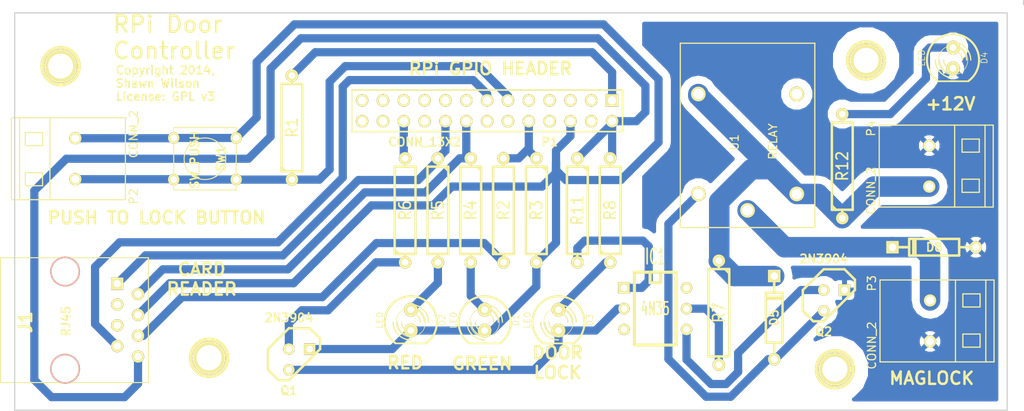
<source format=kicad_pcb>
(kicad_pcb (version 3) (host pcbnew "(2013-07-07 BZR 4022)-stable")

  (general
    (links 48)
    (no_connects 0)
    (area 79.924999 75.924999 203.075001 126.075001)
    (thickness 1.6)
    (drawings 15)
    (tracks 176)
    (zones 0)
    (modules 30)
    (nets 24)
  )

  (page USLetter)
  (title_block 
    (title "Raspberry Pi Door Controller")
    (rev 0.3)
    (company "Copyright 2014, Shawn Wilson")
    (comment 1 "Single Sided PCB")
    (comment 2 "License: GPL v3, https://github.com/bubbapizza/doorController")
  )

  (layers
    (15 F.Cu signal)
    (0 B.Cu signal)
    (16 B.Adhes user)
    (17 F.Adhes user)
    (18 B.Paste user)
    (19 F.Paste user)
    (20 B.SilkS user)
    (21 F.SilkS user)
    (22 B.Mask user)
    (23 F.Mask user)
    (24 Dwgs.User user)
    (25 Cmts.User user)
    (26 Eco1.User user)
    (27 Eco2.User user)
    (28 Edge.Cuts user)
  )

  (setup
    (last_trace_width 1)
    (trace_clearance 0.5)
    (zone_clearance 1)
    (zone_45_only no)
    (trace_min 0.254)
    (segment_width 0.2)
    (edge_width 0.15)
    (via_size 0.889)
    (via_drill 0.635)
    (via_min_size 0.889)
    (via_min_drill 0.508)
    (uvia_size 0.508)
    (uvia_drill 0.127)
    (uvias_allowed no)
    (uvia_min_size 0.508)
    (uvia_min_drill 0.127)
    (pcb_text_width 0.3)
    (pcb_text_size 1.5 1.5)
    (mod_edge_width 0.15)
    (mod_text_size 1.5 1.5)
    (mod_text_width 0.15)
    (pad_size 1.524 1.524)
    (pad_drill 0.762)
    (pad_to_mask_clearance 0.2)
    (aux_axis_origin 0 0)
    (visible_elements 7FFFFFFF)
    (pcbplotparams
      (layerselection 3178497)
      (usegerberextensions true)
      (excludeedgelayer true)
      (linewidth 0.100000)
      (plotframeref false)
      (viasonmask false)
      (mode 1)
      (useauxorigin false)
      (hpglpennumber 1)
      (hpglpenspeed 20)
      (hpglpendiameter 15)
      (hpglpenoverlay 2)
      (psnegative false)
      (psa4output false)
      (plotreference true)
      (plotvalue true)
      (plotothertext true)
      (plotinvisibletext false)
      (padsonsilk false)
      (subtractmaskfromsilk false)
      (outputformat 1)
      (mirror false)
      (drillshape 1)
      (scaleselection 1)
      (outputdirectory ""))
  )

  (net 0 "")
  (net 1 +12V)
  (net 2 +3.3V)
  (net 3 +5V)
  (net 4 /BELL)
  (net 5 /GPIO17)
  (net 6 /GPIO23)
  (net 7 /GPIO24)
  (net 8 /GPIO25)
  (net 9 "/RFID TXD")
  (net 10 /RXD)
  (net 11 GND)
  (net 12 GNDPWR)
  (net 13 N-000001)
  (net 14 N-0000018)
  (net 15 N-0000019)
  (net 16 N-000002)
  (net 17 N-0000020)
  (net 18 N-0000021)
  (net 19 N-0000025)
  (net 20 N-0000026)
  (net 21 N-0000027)
  (net 22 N-000003)
  (net 23 N-0000038)

  (net_class Default "This is the default net class."
    (clearance 0.5)
    (trace_width 1)
    (via_dia 0.889)
    (via_drill 0.635)
    (uvia_dia 0.508)
    (uvia_drill 0.127)
    (add_net "")
    (add_net +3.3V)
    (add_net +5V)
    (add_net /BELL)
    (add_net /GPIO17)
    (add_net /GPIO23)
    (add_net /GPIO24)
    (add_net /GPIO25)
    (add_net "/RFID TXD")
    (add_net /RXD)
    (add_net GND)
    (add_net N-000001)
    (add_net N-0000018)
    (add_net N-0000019)
    (add_net N-000002)
    (add_net N-0000020)
    (add_net N-0000021)
    (add_net N-0000025)
    (add_net N-0000026)
    (add_net N-000003)
    (add_net N-0000038)
  )

  (net_class "12V POWER" ""
    (clearance 0.5)
    (trace_width 2.5)
    (via_dia 0.889)
    (via_drill 0.635)
    (uvia_dia 0.508)
    (uvia_drill 0.127)
    (add_net +12V)
    (add_net GNDPWR)
    (add_net N-0000027)
  )

  (module 1pin (layer F.Cu) (tedit 5378D17E) (tstamp 5378EBE7)
    (at 180 121)
    (descr "module 1 pin (ou trou mecanique de percage)")
    (tags DEV)
    (path 1pin)
    (clearance 2)
    (fp_text reference "" (at 0 -3.048) (layer F.SilkS)
      (effects (font (size 1.016 1.016) (thickness 0.254)))
    )
    (fp_text value "" (at 0 2.794) (layer F.SilkS) hide
      (effects (font (size 1.016 1.016) (thickness 0.254)))
    )
    (fp_circle (center 0 0) (end 0 -2.286) (layer F.SilkS) (width 0.381))
    (pad 1 thru_hole circle (at 0 0) (size 4.064 4.064) (drill 3.048)
      (layers *.Cu *.Mask F.SilkS)
    )
  )

  (module 1pin (layer F.Cu) (tedit 5378D17E) (tstamp 5378EBE2)
    (at 103.7 119.6)
    (descr "module 1 pin (ou trou mecanique de percage)")
    (tags DEV)
    (path 1pin)
    (clearance 2)
    (fp_text reference "" (at 0 -3.048) (layer F.SilkS)
      (effects (font (size 1.016 1.016) (thickness 0.254)))
    )
    (fp_text value "" (at 0 2.794) (layer F.SilkS) hide
      (effects (font (size 1.016 1.016) (thickness 0.254)))
    )
    (fp_circle (center 0 0) (end 0 -2.286) (layer F.SilkS) (width 0.381))
    (pad 1 thru_hole circle (at 0 0) (size 4.064 4.064) (drill 3.048)
      (layers *.Cu *.Mask F.SilkS)
    )
  )

  (module 1pin (layer F.Cu) (tedit 5378D17E) (tstamp 5378EBDD)
    (at 183.8 83.3)
    (descr "module 1 pin (ou trou mecanique de percage)")
    (tags DEV)
    (path 1pin)
    (clearance 2)
    (fp_text reference "" (at 0 -3.048) (layer F.SilkS)
      (effects (font (size 1.016 1.016) (thickness 0.254)))
    )
    (fp_text value "" (at 0 2.794) (layer F.SilkS) hide
      (effects (font (size 1.016 1.016) (thickness 0.254)))
    )
    (fp_circle (center 0 0) (end 0 -2.286) (layer F.SilkS) (width 0.381))
    (pad 1 thru_hole circle (at 0 0) (size 4.064 4.064) (drill 3.048)
      (layers *.Cu *.Mask F.SilkS)
    )
  )

  (module TO92 (layer F.Cu) (tedit 443CFFD1) (tstamp 5375B596)
    (at 114.7 119.8)
    (descr "Transistor TO92 brochage type BC237")
    (tags "TR TO92")
    (path /536C3034)
    (fp_text reference Q1 (at -1.27 3.81) (layer F.SilkS)
      (effects (font (size 1.016 1.016) (thickness 0.2032)))
    )
    (fp_text value 2N3904 (at -1.27 -5.08) (layer F.SilkS)
      (effects (font (size 1.016 1.016) (thickness 0.2032)))
    )
    (fp_line (start -1.27 2.54) (end 2.54 -1.27) (layer F.SilkS) (width 0.3048))
    (fp_line (start 2.54 -1.27) (end 2.54 -2.54) (layer F.SilkS) (width 0.3048))
    (fp_line (start 2.54 -2.54) (end 1.27 -3.81) (layer F.SilkS) (width 0.3048))
    (fp_line (start 1.27 -3.81) (end -1.27 -3.81) (layer F.SilkS) (width 0.3048))
    (fp_line (start -1.27 -3.81) (end -3.81 -1.27) (layer F.SilkS) (width 0.3048))
    (fp_line (start -3.81 -1.27) (end -3.81 1.27) (layer F.SilkS) (width 0.3048))
    (fp_line (start -3.81 1.27) (end -2.54 2.54) (layer F.SilkS) (width 0.3048))
    (fp_line (start -2.54 2.54) (end -1.27 2.54) (layer F.SilkS) (width 0.3048))
    (pad 1 thru_hole rect (at 1.27 -1.27) (size 1.397 1.397) (drill 0.8128)
      (layers *.Cu *.Mask F.SilkS)
      (net 11 GND)
    )
    (pad 2 thru_hole circle (at -1.27 -1.27) (size 1.397 1.397) (drill 0.8128)
      (layers *.Cu *.Mask F.SilkS)
      (net 22 N-000003)
    )
    (pad 3 thru_hole circle (at -1.27 1.27) (size 1.397 1.397) (drill 0.8128)
      (layers *.Cu *.Mask F.SilkS)
      (net 19 N-0000025)
    )
    (model discret/to98.wrl
      (at (xyz 0 0 0))
      (scale (xyz 1 1 1))
      (rotate (xyz 0 0 0))
    )
  )

  (module TO92 (layer F.Cu) (tedit 443CFFD1) (tstamp 5375B5A5)
    (at 179.9 112.6)
    (descr "Transistor TO92 brochage type BC237")
    (tags "TR TO92")
    (path /536E6C6E)
    (fp_text reference Q2 (at -1.27 3.81) (layer F.SilkS)
      (effects (font (size 1.016 1.016) (thickness 0.2032)))
    )
    (fp_text value 2N3904 (at -1.27 -5.08) (layer F.SilkS)
      (effects (font (size 1.016 1.016) (thickness 0.2032)))
    )
    (fp_line (start -1.27 2.54) (end 2.54 -1.27) (layer F.SilkS) (width 0.3048))
    (fp_line (start 2.54 -1.27) (end 2.54 -2.54) (layer F.SilkS) (width 0.3048))
    (fp_line (start 2.54 -2.54) (end 1.27 -3.81) (layer F.SilkS) (width 0.3048))
    (fp_line (start 1.27 -3.81) (end -1.27 -3.81) (layer F.SilkS) (width 0.3048))
    (fp_line (start -1.27 -3.81) (end -3.81 -1.27) (layer F.SilkS) (width 0.3048))
    (fp_line (start -3.81 -1.27) (end -3.81 1.27) (layer F.SilkS) (width 0.3048))
    (fp_line (start -3.81 1.27) (end -2.54 2.54) (layer F.SilkS) (width 0.3048))
    (fp_line (start -2.54 2.54) (end -1.27 2.54) (layer F.SilkS) (width 0.3048))
    (pad 1 thru_hole rect (at 1.27 -1.27) (size 1.397 1.397) (drill 0.8128)
      (layers *.Cu *.Mask F.SilkS)
      (net 12 GNDPWR)
    )
    (pad 2 thru_hole circle (at -1.27 -1.27) (size 1.397 1.397) (drill 0.8128)
      (layers *.Cu *.Mask F.SilkS)
      (net 17 N-0000020)
    )
    (pad 3 thru_hole circle (at -1.27 1.27) (size 1.397 1.397) (drill 0.8128)
      (layers *.Cu *.Mask F.SilkS)
      (net 23 N-0000038)
    )
    (model discret/to98.wrl
      (at (xyz 0 0 0))
      (scale (xyz 1 1 1))
      (rotate (xyz 0 0 0))
    )
  )

  (module SW_PUSH_SMALL (layer F.Cu) (tedit 5377D3E5) (tstamp 5377D3EE)
    (at 103.2 95.3 180)
    (path /531C8935)
    (fp_text reference SW1 (at -1.95 0 270) (layer F.SilkS)
      (effects (font (size 1.016 1.016) (thickness 0.2032)))
    )
    (fp_text value SW_PUSH (at 1.25 -0.15 270) (layer F.SilkS)
      (effects (font (size 1.016 1.016) (thickness 0.2032)))
    )
    (fp_circle (center 0 0) (end 0 -2.54) (layer F.SilkS) (width 0.127))
    (fp_line (start -3.81 -3.81) (end 3.81 -3.81) (layer F.SilkS) (width 0.127))
    (fp_line (start 3.81 -3.81) (end 3.81 3.81) (layer F.SilkS) (width 0.127))
    (fp_line (start 3.81 3.81) (end -3.81 3.81) (layer F.SilkS) (width 0.127))
    (fp_line (start -3.81 -3.81) (end -3.81 3.81) (layer F.SilkS) (width 0.127))
    (pad 1 thru_hole circle (at 3.81 -2.54 180) (size 1.397 1.397) (drill 0.8128)
      (layers *.Cu *.Mask F.SilkS)
      (net 5 /GPIO17)
    )
    (pad 2 thru_hole circle (at 3.81 2.54 180) (size 1.397 1.397) (drill 0.8128)
      (layers *.Cu *.Mask F.SilkS)
      (net 11 GND)
    )
    (pad 1 thru_hole circle (at -3.81 -2.54 180) (size 1.397 1.397) (drill 0.8128)
      (layers *.Cu *.Mask F.SilkS)
      (net 5 /GPIO17)
    )
    (pad 2 thru_hole circle (at -3.81 2.54 180) (size 1.397 1.397) (drill 0.8128)
      (layers *.Cu *.Mask F.SilkS)
      (net 11 GND)
    )
  )

  (module RJ45_8 (layer F.Cu) (tedit 4745DA96) (tstamp 5375B5C4)
    (at 86.15 115 270)
    (tags RJ45)
    (path /531F9A33)
    (fp_text reference J1 (at 0.254 4.826 270) (layer F.SilkS)
      (effects (font (size 1.524 1.524) (thickness 0.3048)))
    )
    (fp_text value RJ45 (at 0.14224 -0.1016 270) (layer F.SilkS)
      (effects (font (size 1.00076 1.00076) (thickness 0.2032)))
    )
    (fp_line (start -7.62 7.874) (end 7.62 7.874) (layer F.SilkS) (width 0.127))
    (fp_line (start 7.62 7.874) (end 7.62 -10.16) (layer F.SilkS) (width 0.127))
    (fp_line (start 7.62 -10.16) (end -7.62 -10.16) (layer F.SilkS) (width 0.127))
    (fp_line (start -7.62 -10.16) (end -7.62 7.874) (layer F.SilkS) (width 0.127))
    (pad Hole np_thru_hole circle (at 5.93852 0 270) (size 3.64998 3.64998) (drill 3.2512)
      (layers *.Cu *.SilkS *.Mask)
    )
    (pad Hole np_thru_hole circle (at -5.9309 0 270) (size 3.64998 3.64998) (drill 3.2512)
      (layers *.Cu *.SilkS *.Mask)
    )
    (pad 1 thru_hole rect (at -4.445 -6.35 270) (size 1.50114 1.50114) (drill 0.89916)
      (layers *.Cu *.Mask F.SilkS)
      (net 7 /GPIO24)
    )
    (pad 2 thru_hole circle (at -3.175 -8.89 270) (size 1.50114 1.50114) (drill 0.89916)
      (layers *.Cu *.Mask F.SilkS)
      (net 6 /GPIO23)
    )
    (pad 3 thru_hole circle (at -1.905 -6.35 270) (size 1.50114 1.50114) (drill 0.89916)
      (layers *.Cu *.Mask F.SilkS)
    )
    (pad 4 thru_hole circle (at -0.635 -8.89 270) (size 1.50114 1.50114) (drill 0.89916)
      (layers *.Cu *.Mask F.SilkS)
      (net 11 GND)
    )
    (pad 5 thru_hole circle (at 0.635 -6.35 270) (size 1.50114 1.50114) (drill 0.89916)
      (layers *.Cu *.Mask F.SilkS)
    )
    (pad 6 thru_hole circle (at 1.905 -8.89 270) (size 1.50114 1.50114) (drill 0.89916)
      (layers *.Cu *.Mask F.SilkS)
      (net 9 "/RFID TXD")
    )
    (pad 7 thru_hole circle (at 3.175 -6.35 270) (size 1.50114 1.50114) (drill 0.89916)
      (layers *.Cu *.Mask F.SilkS)
      (net 4 /BELL)
    )
    (pad 8 thru_hole circle (at 4.445 -8.89 270) (size 1.50114 1.50114) (drill 0.89916)
      (layers *.Cu *.Mask F.SilkS)
      (net 3 +5V)
    )
    (model connectors/RJ45_8.wrl
      (at (xyz 0 0 0))
      (scale (xyz 0.4 0.4 0.4))
      (rotate (xyz 0 0 0))
    )
  )

  (module RELAY_AZ942 (layer F.Cu) (tedit 5364FF75) (tstamp 5375B5D1)
    (at 169.35 99.6 90)
    (path /53213285)
    (fp_text reference U1 (at 6.3 -1.6 90) (layer F.SilkS)
      (effects (font (size 1 1) (thickness 0.15)))
    )
    (fp_text value RELAY (at 6.4 3.1 90) (layer F.SilkS)
      (effects (font (size 1 1) (thickness 0.15)))
    )
    (fp_line (start -4.1 -8.2) (end 18.4 -8.2) (layer F.SilkS) (width 0.15))
    (fp_line (start -4.1 -8.2) (end -4.1 8.2) (layer F.SilkS) (width 0.15))
    (fp_line (start -4.1 8.2) (end 18.4 8.2) (layer F.SilkS) (width 0.15))
    (fp_line (start 18.4 8.2) (end 18.4 -8.2) (layer F.SilkS) (width 0.15))
    (pad 1 thru_hole circle (at -2 0 90) (size 1.8 1.8) (drill 1.3)
      (layers *.Cu *.Mask F.SilkS)
      (net 21 N-0000027)
    )
    (pad 2 thru_hole circle (at 0 -6 90) (size 1.8 1.8) (drill 1.3)
      (layers *.Cu *.Mask F.SilkS)
      (net 23 N-0000038)
    )
    (pad 5 thru_hole circle (at 0 6 90) (size 1.8 1.8) (drill 1.3)
      (layers *.Cu *.Mask F.SilkS)
      (net 1 +12V)
    )
    (pad 3 thru_hole circle (at 12.2 -6 90) (size 1.8 1.8) (drill 1.3)
      (layers *.Cu *.Mask F.SilkS)
      (net 1 +12V)
    )
    (pad 4 thru_hole circle (at 12.2 6 90) (size 1.8 1.8) (drill 1.3)
      (layers *.Cu *.Mask F.SilkS)
    )
    (model 3D_models/az942.wrl
      (at (xyz -0.161 0.324 0))
      (scale (xyz 0.3937 0.3937 0.3937))
      (rotate (xyz 0 0 90))
    )
  )

  (module R5 (layer F.Cu) (tedit 200000) (tstamp 5375B5DE)
    (at 139.6 101.6 90)
    (descr "Resistance 5 pas")
    (tags R)
    (path /531C991C)
    (autoplace_cost180 10)
    (fp_text reference R2 (at 0 0 90) (layer F.SilkS)
      (effects (font (size 1.397 1.27) (thickness 0.2032)))
    )
    (fp_text value 1.8K (at 0 0 90) (layer F.SilkS) hide
      (effects (font (size 1.397 1.27) (thickness 0.2032)))
    )
    (fp_line (start -6.35 0) (end -5.334 0) (layer F.SilkS) (width 0.3048))
    (fp_line (start 6.35 0) (end 5.334 0) (layer F.SilkS) (width 0.3048))
    (fp_line (start 5.334 -1.27) (end 5.334 1.27) (layer F.SilkS) (width 0.3048))
    (fp_line (start 5.334 1.27) (end -5.334 1.27) (layer F.SilkS) (width 0.3048))
    (fp_line (start -5.334 1.27) (end -5.334 -1.27) (layer F.SilkS) (width 0.3048))
    (fp_line (start -5.334 -1.27) (end 5.334 -1.27) (layer F.SilkS) (width 0.3048))
    (fp_line (start -5.334 -0.762) (end -4.826 -1.27) (layer F.SilkS) (width 0.3048))
    (pad 1 thru_hole circle (at -6.35 0 90) (size 1.524 1.524) (drill 0.8128)
      (layers *.Cu *.Mask F.SilkS)
      (net 9 "/RFID TXD")
    )
    (pad 2 thru_hole circle (at 6.35 0 90) (size 1.524 1.524) (drill 0.8128)
      (layers *.Cu *.Mask F.SilkS)
      (net 10 /RXD)
    )
    (model discret/resistor.wrl
      (at (xyz 0 0 0))
      (scale (xyz 0.5 0.5 0.5))
      (rotate (xyz 0 0 0))
    )
  )

  (module R5 (layer F.Cu) (tedit 200000) (tstamp 5375B5EB)
    (at 180.9 96.2 90)
    (descr "Resistance 5 pas")
    (tags R)
    (path /536E6742)
    (autoplace_cost180 10)
    (fp_text reference R12 (at 0 0 90) (layer F.SilkS)
      (effects (font (size 1.397 1.27) (thickness 0.2032)))
    )
    (fp_text value 680 (at 0 0 90) (layer F.SilkS) hide
      (effects (font (size 1.397 1.27) (thickness 0.2032)))
    )
    (fp_line (start -6.35 0) (end -5.334 0) (layer F.SilkS) (width 0.3048))
    (fp_line (start 6.35 0) (end 5.334 0) (layer F.SilkS) (width 0.3048))
    (fp_line (start 5.334 -1.27) (end 5.334 1.27) (layer F.SilkS) (width 0.3048))
    (fp_line (start 5.334 1.27) (end -5.334 1.27) (layer F.SilkS) (width 0.3048))
    (fp_line (start -5.334 1.27) (end -5.334 -1.27) (layer F.SilkS) (width 0.3048))
    (fp_line (start -5.334 -1.27) (end 5.334 -1.27) (layer F.SilkS) (width 0.3048))
    (fp_line (start -5.334 -0.762) (end -4.826 -1.27) (layer F.SilkS) (width 0.3048))
    (pad 1 thru_hole circle (at -6.35 0 90) (size 1.524 1.524) (drill 0.8128)
      (layers *.Cu *.Mask F.SilkS)
      (net 1 +12V)
    )
    (pad 2 thru_hole circle (at 6.35 0 90) (size 1.524 1.524) (drill 0.8128)
      (layers *.Cu *.Mask F.SilkS)
      (net 18 N-0000021)
    )
    (model discret/resistor.wrl
      (at (xyz 0 0 0))
      (scale (xyz 0.5 0.5 0.5))
      (rotate (xyz 0 0 0))
    )
  )

  (module R5 (layer F.Cu) (tedit 200000) (tstamp 5375B5F8)
    (at 165.85 114.1 270)
    (descr "Resistance 5 pas")
    (tags R)
    (path /53698FD7)
    (autoplace_cost180 10)
    (fp_text reference R7 (at 0 0 270) (layer F.SilkS)
      (effects (font (size 1.397 1.27) (thickness 0.2032)))
    )
    (fp_text value 10K (at 0 0 270) (layer F.SilkS) hide
      (effects (font (size 1.397 1.27) (thickness 0.2032)))
    )
    (fp_line (start -6.35 0) (end -5.334 0) (layer F.SilkS) (width 0.3048))
    (fp_line (start 6.35 0) (end 5.334 0) (layer F.SilkS) (width 0.3048))
    (fp_line (start 5.334 -1.27) (end 5.334 1.27) (layer F.SilkS) (width 0.3048))
    (fp_line (start 5.334 1.27) (end -5.334 1.27) (layer F.SilkS) (width 0.3048))
    (fp_line (start -5.334 1.27) (end -5.334 -1.27) (layer F.SilkS) (width 0.3048))
    (fp_line (start -5.334 -1.27) (end 5.334 -1.27) (layer F.SilkS) (width 0.3048))
    (fp_line (start -5.334 -0.762) (end -4.826 -1.27) (layer F.SilkS) (width 0.3048))
    (pad 1 thru_hole circle (at -6.35 0 270) (size 1.524 1.524) (drill 0.8128)
      (layers *.Cu *.Mask F.SilkS)
      (net 1 +12V)
    )
    (pad 2 thru_hole circle (at 6.35 0 270) (size 1.524 1.524) (drill 0.8128)
      (layers *.Cu *.Mask F.SilkS)
      (net 14 N-0000018)
    )
    (model discret/resistor.wrl
      (at (xyz 0 0 0))
      (scale (xyz 0.5 0.5 0.5))
      (rotate (xyz 0 0 0))
    )
  )

  (module R5 (layer F.Cu) (tedit 200000) (tstamp 5375B605)
    (at 148.6 101.6 270)
    (descr "Resistance 5 pas")
    (tags R)
    (path /53697E0C)
    (autoplace_cost180 10)
    (fp_text reference R11 (at 0 0 270) (layer F.SilkS)
      (effects (font (size 1.397 1.27) (thickness 0.2032)))
    )
    (fp_text value 330 (at 0 0 270) (layer F.SilkS) hide
      (effects (font (size 1.397 1.27) (thickness 0.2032)))
    )
    (fp_line (start -6.35 0) (end -5.334 0) (layer F.SilkS) (width 0.3048))
    (fp_line (start 6.35 0) (end 5.334 0) (layer F.SilkS) (width 0.3048))
    (fp_line (start 5.334 -1.27) (end 5.334 1.27) (layer F.SilkS) (width 0.3048))
    (fp_line (start 5.334 1.27) (end -5.334 1.27) (layer F.SilkS) (width 0.3048))
    (fp_line (start -5.334 1.27) (end -5.334 -1.27) (layer F.SilkS) (width 0.3048))
    (fp_line (start -5.334 -1.27) (end 5.334 -1.27) (layer F.SilkS) (width 0.3048))
    (fp_line (start -5.334 -0.762) (end -4.826 -1.27) (layer F.SilkS) (width 0.3048))
    (pad 1 thru_hole circle (at -6.35 0 270) (size 1.524 1.524) (drill 0.8128)
      (layers *.Cu *.Mask F.SilkS)
      (net 3 +5V)
    )
    (pad 2 thru_hole circle (at 6.35 0 270) (size 1.524 1.524) (drill 0.8128)
      (layers *.Cu *.Mask F.SilkS)
      (net 15 N-0000019)
    )
    (model discret/resistor.wrl
      (at (xyz 0 0 0))
      (scale (xyz 0.5 0.5 0.5))
      (rotate (xyz 0 0 0))
    )
  )

  (module R5 (layer F.Cu) (tedit 200000) (tstamp 5375B612)
    (at 143.6 101.6 270)
    (descr "Resistance 5 pas")
    (tags R)
    (path /531C9D88)
    (autoplace_cost180 10)
    (fp_text reference R3 (at 0 0 270) (layer F.SilkS)
      (effects (font (size 1.397 1.27) (thickness 0.2032)))
    )
    (fp_text value 3.3K (at 0 0 270) (layer F.SilkS) hide
      (effects (font (size 1.397 1.27) (thickness 0.2032)))
    )
    (fp_line (start -6.35 0) (end -5.334 0) (layer F.SilkS) (width 0.3048))
    (fp_line (start 6.35 0) (end 5.334 0) (layer F.SilkS) (width 0.3048))
    (fp_line (start 5.334 -1.27) (end 5.334 1.27) (layer F.SilkS) (width 0.3048))
    (fp_line (start 5.334 1.27) (end -5.334 1.27) (layer F.SilkS) (width 0.3048))
    (fp_line (start -5.334 1.27) (end -5.334 -1.27) (layer F.SilkS) (width 0.3048))
    (fp_line (start -5.334 -1.27) (end 5.334 -1.27) (layer F.SilkS) (width 0.3048))
    (fp_line (start -5.334 -0.762) (end -4.826 -1.27) (layer F.SilkS) (width 0.3048))
    (pad 1 thru_hole circle (at -6.35 0 270) (size 1.524 1.524) (drill 0.8128)
      (layers *.Cu *.Mask F.SilkS)
      (net 10 /RXD)
    )
    (pad 2 thru_hole circle (at 6.35 0 270) (size 1.524 1.524) (drill 0.8128)
      (layers *.Cu *.Mask F.SilkS)
      (net 11 GND)
    )
    (model discret/resistor.wrl
      (at (xyz 0 0 0))
      (scale (xyz 0.5 0.5 0.5))
      (rotate (xyz 0 0 0))
    )
  )

  (module R5 (layer F.Cu) (tedit 200000) (tstamp 5375B61F)
    (at 113.8 91.5 90)
    (descr "Resistance 5 pas")
    (tags R)
    (path /531C8A1E)
    (autoplace_cost180 10)
    (fp_text reference R1 (at 0 0 90) (layer F.SilkS)
      (effects (font (size 1.397 1.27) (thickness 0.2032)))
    )
    (fp_text value 10K (at 0 0 90) (layer F.SilkS) hide
      (effects (font (size 1.397 1.27) (thickness 0.2032)))
    )
    (fp_line (start -6.35 0) (end -5.334 0) (layer F.SilkS) (width 0.3048))
    (fp_line (start 6.35 0) (end 5.334 0) (layer F.SilkS) (width 0.3048))
    (fp_line (start 5.334 -1.27) (end 5.334 1.27) (layer F.SilkS) (width 0.3048))
    (fp_line (start 5.334 1.27) (end -5.334 1.27) (layer F.SilkS) (width 0.3048))
    (fp_line (start -5.334 1.27) (end -5.334 -1.27) (layer F.SilkS) (width 0.3048))
    (fp_line (start -5.334 -1.27) (end 5.334 -1.27) (layer F.SilkS) (width 0.3048))
    (fp_line (start -5.334 -0.762) (end -4.826 -1.27) (layer F.SilkS) (width 0.3048))
    (pad 1 thru_hole circle (at -6.35 0 90) (size 1.524 1.524) (drill 0.8128)
      (layers *.Cu *.Mask F.SilkS)
      (net 5 /GPIO17)
    )
    (pad 2 thru_hole circle (at 6.35 0 90) (size 1.524 1.524) (drill 0.8128)
      (layers *.Cu *.Mask F.SilkS)
      (net 2 +3.3V)
    )
    (model discret/resistor.wrl
      (at (xyz 0 0 0))
      (scale (xyz 0.5 0.5 0.5))
      (rotate (xyz 0 0 0))
    )
  )

  (module R5 (layer F.Cu) (tedit 200000) (tstamp 5375B62C)
    (at 131.6 101.6 270)
    (descr "Resistance 5 pas")
    (tags R)
    (path /531C835E)
    (autoplace_cost180 10)
    (fp_text reference R5 (at 0 0 270) (layer F.SilkS)
      (effects (font (size 1.397 1.27) (thickness 0.2032)))
    )
    (fp_text value 330 (at 0 0 270) (layer F.SilkS) hide
      (effects (font (size 1.397 1.27) (thickness 0.2032)))
    )
    (fp_line (start -6.35 0) (end -5.334 0) (layer F.SilkS) (width 0.3048))
    (fp_line (start 6.35 0) (end 5.334 0) (layer F.SilkS) (width 0.3048))
    (fp_line (start 5.334 -1.27) (end 5.334 1.27) (layer F.SilkS) (width 0.3048))
    (fp_line (start 5.334 1.27) (end -5.334 1.27) (layer F.SilkS) (width 0.3048))
    (fp_line (start -5.334 1.27) (end -5.334 -1.27) (layer F.SilkS) (width 0.3048))
    (fp_line (start -5.334 -1.27) (end 5.334 -1.27) (layer F.SilkS) (width 0.3048))
    (fp_line (start -5.334 -0.762) (end -4.826 -1.27) (layer F.SilkS) (width 0.3048))
    (pad 1 thru_hole circle (at -6.35 0 270) (size 1.524 1.524) (drill 0.8128)
      (layers *.Cu *.Mask F.SilkS)
      (net 7 /GPIO24)
    )
    (pad 2 thru_hole circle (at 6.35 0 270) (size 1.524 1.524) (drill 0.8128)
      (layers *.Cu *.Mask F.SilkS)
      (net 13 N-000001)
    )
    (model discret/resistor.wrl
      (at (xyz 0 0 0))
      (scale (xyz 0.5 0.5 0.5))
      (rotate (xyz 0 0 0))
    )
  )

  (module R5 (layer F.Cu) (tedit 200000) (tstamp 5375B639)
    (at 135.6 101.6 270)
    (descr "Resistance 5 pas")
    (tags R)
    (path /531C834F)
    (autoplace_cost180 10)
    (fp_text reference R4 (at 0 0 270) (layer F.SilkS)
      (effects (font (size 1.397 1.27) (thickness 0.2032)))
    )
    (fp_text value 330 (at 0 0 270) (layer F.SilkS) hide
      (effects (font (size 1.397 1.27) (thickness 0.2032)))
    )
    (fp_line (start -6.35 0) (end -5.334 0) (layer F.SilkS) (width 0.3048))
    (fp_line (start 6.35 0) (end 5.334 0) (layer F.SilkS) (width 0.3048))
    (fp_line (start 5.334 -1.27) (end 5.334 1.27) (layer F.SilkS) (width 0.3048))
    (fp_line (start 5.334 1.27) (end -5.334 1.27) (layer F.SilkS) (width 0.3048))
    (fp_line (start -5.334 1.27) (end -5.334 -1.27) (layer F.SilkS) (width 0.3048))
    (fp_line (start -5.334 -1.27) (end 5.334 -1.27) (layer F.SilkS) (width 0.3048))
    (fp_line (start -5.334 -0.762) (end -4.826 -1.27) (layer F.SilkS) (width 0.3048))
    (pad 1 thru_hole circle (at -6.35 0 270) (size 1.524 1.524) (drill 0.8128)
      (layers *.Cu *.Mask F.SilkS)
      (net 6 /GPIO23)
    )
    (pad 2 thru_hole circle (at 6.35 0 270) (size 1.524 1.524) (drill 0.8128)
      (layers *.Cu *.Mask F.SilkS)
      (net 16 N-000002)
    )
    (model discret/resistor.wrl
      (at (xyz 0 0 0))
      (scale (xyz 0.5 0.5 0.5))
      (rotate (xyz 0 0 0))
    )
  )

  (module R5 (layer F.Cu) (tedit 200000) (tstamp 5375B646)
    (at 127.6 101.6 90)
    (descr "Resistance 5 pas")
    (tags R)
    (path /531C80F2)
    (autoplace_cost180 10)
    (fp_text reference R6 (at 0 0 90) (layer F.SilkS)
      (effects (font (size 1.397 1.27) (thickness 0.2032)))
    )
    (fp_text value 2K (at 0 0 90) (layer F.SilkS) hide
      (effects (font (size 1.397 1.27) (thickness 0.2032)))
    )
    (fp_line (start -6.35 0) (end -5.334 0) (layer F.SilkS) (width 0.3048))
    (fp_line (start 6.35 0) (end 5.334 0) (layer F.SilkS) (width 0.3048))
    (fp_line (start 5.334 -1.27) (end 5.334 1.27) (layer F.SilkS) (width 0.3048))
    (fp_line (start 5.334 1.27) (end -5.334 1.27) (layer F.SilkS) (width 0.3048))
    (fp_line (start -5.334 1.27) (end -5.334 -1.27) (layer F.SilkS) (width 0.3048))
    (fp_line (start -5.334 -1.27) (end 5.334 -1.27) (layer F.SilkS) (width 0.3048))
    (fp_line (start -5.334 -0.762) (end -4.826 -1.27) (layer F.SilkS) (width 0.3048))
    (pad 1 thru_hole circle (at -6.35 0 90) (size 1.524 1.524) (drill 0.8128)
      (layers *.Cu *.Mask F.SilkS)
      (net 22 N-000003)
    )
    (pad 2 thru_hole circle (at 6.35 0 90) (size 1.524 1.524) (drill 0.8128)
      (layers *.Cu *.Mask F.SilkS)
      (net 8 /GPIO25)
    )
    (model discret/resistor.wrl
      (at (xyz 0 0 0))
      (scale (xyz 0.5 0.5 0.5))
      (rotate (xyz 0 0 0))
    )
  )

  (module R5 (layer F.Cu) (tedit 200000) (tstamp 5375B653)
    (at 152.6 101.6 90)
    (descr "Resistance 5 pas")
    (tags R)
    (path /5319244B)
    (autoplace_cost180 10)
    (fp_text reference R8 (at 0 0 90) (layer F.SilkS)
      (effects (font (size 1.397 1.27) (thickness 0.2032)))
    )
    (fp_text value 200 (at 0 0 90) (layer F.SilkS) hide
      (effects (font (size 1.397 1.27) (thickness 0.2032)))
    )
    (fp_line (start -6.35 0) (end -5.334 0) (layer F.SilkS) (width 0.3048))
    (fp_line (start 6.35 0) (end 5.334 0) (layer F.SilkS) (width 0.3048))
    (fp_line (start 5.334 -1.27) (end 5.334 1.27) (layer F.SilkS) (width 0.3048))
    (fp_line (start 5.334 1.27) (end -5.334 1.27) (layer F.SilkS) (width 0.3048))
    (fp_line (start -5.334 1.27) (end -5.334 -1.27) (layer F.SilkS) (width 0.3048))
    (fp_line (start -5.334 -1.27) (end 5.334 -1.27) (layer F.SilkS) (width 0.3048))
    (fp_line (start -5.334 -0.762) (end -4.826 -1.27) (layer F.SilkS) (width 0.3048))
    (pad 1 thru_hole circle (at -6.35 0 90) (size 1.524 1.524) (drill 0.8128)
      (layers *.Cu *.Mask F.SilkS)
      (net 20 N-0000026)
    )
    (pad 2 thru_hole circle (at 6.35 0 90) (size 1.524 1.524) (drill 0.8128)
      (layers *.Cu *.Mask F.SilkS)
      (net 3 +5V)
    )
    (model discret/resistor.wrl
      (at (xyz 0 0 0))
      (scale (xyz 0.5 0.5 0.5))
      (rotate (xyz 0 0 0))
    )
  )

  (module pin_array_13x2 (layer F.Cu) (tedit 5031D825) (tstamp 5375B675)
    (at 137.6 89.45 180)
    (descr "2 x 13 pins connector")
    (tags CONN)
    (path /50A55ABA)
    (fp_text reference P1 (at -7.62 -3.81 180) (layer F.SilkS)
      (effects (font (size 1.016 1.016) (thickness 0.2032)))
    )
    (fp_text value CONN_13X2 (at 7.62 -3.81 180) (layer F.SilkS)
      (effects (font (size 1.016 1.016) (thickness 0.2032)))
    )
    (fp_line (start -16.51 2.54) (end 16.51 2.54) (layer F.SilkS) (width 0.2032))
    (fp_line (start 16.51 -2.54) (end -16.51 -2.54) (layer F.SilkS) (width 0.2032))
    (fp_line (start -16.51 -2.54) (end -16.51 2.54) (layer F.SilkS) (width 0.2032))
    (fp_line (start 16.51 2.54) (end 16.51 -2.54) (layer F.SilkS) (width 0.2032))
    (pad 1 thru_hole rect (at -15.24 1.27 180) (size 1.524 1.524) (drill 1.016)
      (layers *.Cu *.Mask F.SilkS)
      (net 2 +3.3V)
    )
    (pad 2 thru_hole circle (at -15.24 -1.27 180) (size 1.524 1.524) (drill 1.016)
      (layers *.Cu *.Mask F.SilkS)
      (net 3 +5V)
    )
    (pad 3 thru_hole circle (at -12.7 1.27 180) (size 1.524 1.524) (drill 1.016)
      (layers *.Cu *.Mask F.SilkS)
    )
    (pad 4 thru_hole circle (at -12.7 -1.27 180) (size 1.524 1.524) (drill 1.016)
      (layers *.Cu *.Mask F.SilkS)
    )
    (pad 5 thru_hole circle (at -10.16 1.27 180) (size 1.524 1.524) (drill 1.016)
      (layers *.Cu *.Mask F.SilkS)
    )
    (pad 6 thru_hole circle (at -10.16 -1.27 180) (size 1.524 1.524) (drill 1.016)
      (layers *.Cu *.Mask F.SilkS)
      (net 11 GND)
    )
    (pad 7 thru_hole circle (at -7.62 1.27 180) (size 1.524 1.524) (drill 1.016)
      (layers *.Cu *.Mask F.SilkS)
    )
    (pad 8 thru_hole circle (at -7.62 -1.27 180) (size 1.524 1.524) (drill 1.016)
      (layers *.Cu *.Mask F.SilkS)
    )
    (pad 9 thru_hole circle (at -5.08 1.27 180) (size 1.524 1.524) (drill 1.016)
      (layers *.Cu *.Mask F.SilkS)
    )
    (pad 10 thru_hole circle (at -5.08 -1.27 180) (size 1.524 1.524) (drill 1.016)
      (layers *.Cu *.Mask F.SilkS)
      (net 10 /RXD)
    )
    (pad 11 thru_hole circle (at -2.54 1.27 180) (size 1.524 1.524) (drill 1.016)
      (layers *.Cu *.Mask F.SilkS)
      (net 5 /GPIO17)
    )
    (pad 12 thru_hole circle (at -2.54 -1.27 180) (size 1.524 1.524) (drill 1.016)
      (layers *.Cu *.Mask F.SilkS)
    )
    (pad 13 thru_hole circle (at 0 1.27 180) (size 1.524 1.524) (drill 1.016)
      (layers *.Cu *.Mask F.SilkS)
      (net 4 /BELL)
    )
    (pad 14 thru_hole circle (at 0 -1.27 180) (size 1.524 1.524) (drill 1.016)
      (layers *.Cu *.Mask F.SilkS)
    )
    (pad 15 thru_hole circle (at 2.54 1.27 180) (size 1.524 1.524) (drill 1.016)
      (layers *.Cu *.Mask F.SilkS)
    )
    (pad 16 thru_hole circle (at 2.54 -1.27 180) (size 1.524 1.524) (drill 1.016)
      (layers *.Cu *.Mask F.SilkS)
      (net 6 /GPIO23)
    )
    (pad 17 thru_hole circle (at 5.08 1.27 180) (size 1.524 1.524) (drill 1.016)
      (layers *.Cu *.Mask F.SilkS)
    )
    (pad 18 thru_hole circle (at 5.08 -1.27 180) (size 1.524 1.524) (drill 1.016)
      (layers *.Cu *.Mask F.SilkS)
      (net 7 /GPIO24)
    )
    (pad 19 thru_hole circle (at 7.62 1.27 180) (size 1.524 1.524) (drill 1.016)
      (layers *.Cu *.Mask F.SilkS)
    )
    (pad 20 thru_hole circle (at 7.62 -1.27 180) (size 1.524 1.524) (drill 1.016)
      (layers *.Cu *.Mask F.SilkS)
    )
    (pad 21 thru_hole circle (at 10.16 1.27 180) (size 1.524 1.524) (drill 1.016)
      (layers *.Cu *.Mask F.SilkS)
    )
    (pad 22 thru_hole circle (at 10.16 -1.27 180) (size 1.524 1.524) (drill 1.016)
      (layers *.Cu *.Mask F.SilkS)
      (net 8 /GPIO25)
    )
    (pad 23 thru_hole circle (at 12.7 1.27 180) (size 1.524 1.524) (drill 1.016)
      (layers *.Cu *.Mask F.SilkS)
    )
    (pad 24 thru_hole circle (at 12.7 -1.27 180) (size 1.524 1.524) (drill 1.016)
      (layers *.Cu *.Mask F.SilkS)
    )
    (pad 25 thru_hole circle (at 15.24 1.27 180) (size 1.524 1.524) (drill 1.016)
      (layers *.Cu *.Mask F.SilkS)
    )
    (pad 26 thru_hole circle (at 15.24 -1.27 180) (size 1.524 1.524) (drill 1.016)
      (layers *.Cu *.Mask F.SilkS)
    )
    (model pin_array/pins_array_13x2.wrl
      (at (xyz 0 0 0))
      (scale (xyz 1 1 1))
      (rotate (xyz 0 0 0))
    )
  )

  (module LED-5MM (layer F.Cu) (tedit 50ADE86B) (tstamp 5375B684)
    (at 137.3 115 270)
    (descr "LED 5mm - Lead pitch 100mil (2,54mm)")
    (tags "LED led 5mm 5MM 100mil 2,54mm")
    (path /531C8340)
    (fp_text reference D1 (at 0 -3.81 270) (layer F.SilkS)
      (effects (font (size 0.762 0.762) (thickness 0.0889)))
    )
    (fp_text value LED (at 0 3.81 270) (layer F.SilkS)
      (effects (font (size 0.762 0.762) (thickness 0.0889)))
    )
    (fp_line (start 2.8448 1.905) (end 2.8448 -1.905) (layer F.SilkS) (width 0.2032))
    (fp_circle (center 0.254 0) (end -1.016 1.27) (layer F.SilkS) (width 0.0762))
    (fp_arc (start 0.254 0) (end 2.794 1.905) (angle 286.2) (layer F.SilkS) (width 0.254))
    (fp_arc (start 0.254 0) (end -0.889 0) (angle 90) (layer F.SilkS) (width 0.1524))
    (fp_arc (start 0.254 0) (end 1.397 0) (angle 90) (layer F.SilkS) (width 0.1524))
    (fp_arc (start 0.254 0) (end -1.397 0) (angle 90) (layer F.SilkS) (width 0.1524))
    (fp_arc (start 0.254 0) (end 1.905 0) (angle 90) (layer F.SilkS) (width 0.1524))
    (fp_arc (start 0.254 0) (end -1.905 0) (angle 90) (layer F.SilkS) (width 0.1524))
    (fp_arc (start 0.254 0) (end 2.413 0) (angle 90) (layer F.SilkS) (width 0.1524))
    (pad 1 thru_hole circle (at -1.27 0 270) (size 1.6764 1.6764) (drill 0.8128)
      (layers *.Cu *.Mask F.SilkS)
      (net 16 N-000002)
    )
    (pad 2 thru_hole circle (at 1.27 0 270) (size 1.6764 1.6764) (drill 0.8128)
      (layers *.Cu *.Mask F.SilkS)
      (net 11 GND)
    )
    (model discret/leds/led5_vertical_verde.wrl
      (at (xyz 0 0 0))
      (scale (xyz 1 1 1))
      (rotate (xyz 0 0 0))
    )
  )

  (module LED-5MM (layer F.Cu) (tedit 50ADE86B) (tstamp 5375B693)
    (at 194.4 83 270)
    (descr "LED 5mm - Lead pitch 100mil (2,54mm)")
    (tags "LED led 5mm 5MM 100mil 2,54mm")
    (path /531924B3)
    (fp_text reference D4 (at 0 -3.81 270) (layer F.SilkS)
      (effects (font (size 0.762 0.762) (thickness 0.0889)))
    )
    (fp_text value LED (at 0 3.81 270) (layer F.SilkS)
      (effects (font (size 0.762 0.762) (thickness 0.0889)))
    )
    (fp_line (start 2.8448 1.905) (end 2.8448 -1.905) (layer F.SilkS) (width 0.2032))
    (fp_circle (center 0.254 0) (end -1.016 1.27) (layer F.SilkS) (width 0.0762))
    (fp_arc (start 0.254 0) (end 2.794 1.905) (angle 286.2) (layer F.SilkS) (width 0.254))
    (fp_arc (start 0.254 0) (end -0.889 0) (angle 90) (layer F.SilkS) (width 0.1524))
    (fp_arc (start 0.254 0) (end 1.397 0) (angle 90) (layer F.SilkS) (width 0.1524))
    (fp_arc (start 0.254 0) (end -1.397 0) (angle 90) (layer F.SilkS) (width 0.1524))
    (fp_arc (start 0.254 0) (end 1.905 0) (angle 90) (layer F.SilkS) (width 0.1524))
    (fp_arc (start 0.254 0) (end -1.905 0) (angle 90) (layer F.SilkS) (width 0.1524))
    (fp_arc (start 0.254 0) (end 2.413 0) (angle 90) (layer F.SilkS) (width 0.1524))
    (pad 1 thru_hole circle (at -1.27 0 270) (size 1.6764 1.6764) (drill 0.8128)
      (layers *.Cu *.Mask F.SilkS)
      (net 18 N-0000021)
    )
    (pad 2 thru_hole circle (at 1.27 0 270) (size 1.6764 1.6764) (drill 0.8128)
      (layers *.Cu *.Mask F.SilkS)
      (net 12 GNDPWR)
    )
    (model discret/leds/led5_vertical_verde.wrl
      (at (xyz 0 0 0))
      (scale (xyz 1 1 1))
      (rotate (xyz 0 0 0))
    )
  )

  (module LED-5MM (layer F.Cu) (tedit 50ADE86B) (tstamp 5375B6A2)
    (at 128.3 115 270)
    (descr "LED 5mm - Lead pitch 100mil (2,54mm)")
    (tags "LED led 5mm 5MM 100mil 2,54mm")
    (path /531C8331)
    (fp_text reference D2 (at 0 -3.81 270) (layer F.SilkS)
      (effects (font (size 0.762 0.762) (thickness 0.0889)))
    )
    (fp_text value LED (at 0 3.81 270) (layer F.SilkS)
      (effects (font (size 0.762 0.762) (thickness 0.0889)))
    )
    (fp_line (start 2.8448 1.905) (end 2.8448 -1.905) (layer F.SilkS) (width 0.2032))
    (fp_circle (center 0.254 0) (end -1.016 1.27) (layer F.SilkS) (width 0.0762))
    (fp_arc (start 0.254 0) (end 2.794 1.905) (angle 286.2) (layer F.SilkS) (width 0.254))
    (fp_arc (start 0.254 0) (end -0.889 0) (angle 90) (layer F.SilkS) (width 0.1524))
    (fp_arc (start 0.254 0) (end 1.397 0) (angle 90) (layer F.SilkS) (width 0.1524))
    (fp_arc (start 0.254 0) (end -1.397 0) (angle 90) (layer F.SilkS) (width 0.1524))
    (fp_arc (start 0.254 0) (end 1.905 0) (angle 90) (layer F.SilkS) (width 0.1524))
    (fp_arc (start 0.254 0) (end -1.905 0) (angle 90) (layer F.SilkS) (width 0.1524))
    (fp_arc (start 0.254 0) (end 2.413 0) (angle 90) (layer F.SilkS) (width 0.1524))
    (pad 1 thru_hole circle (at -1.27 0 270) (size 1.6764 1.6764) (drill 0.8128)
      (layers *.Cu *.Mask F.SilkS)
      (net 13 N-000001)
    )
    (pad 2 thru_hole circle (at 1.27 0 270) (size 1.6764 1.6764) (drill 0.8128)
      (layers *.Cu *.Mask F.SilkS)
      (net 11 GND)
    )
    (model discret/leds/led5_vertical_verde.wrl
      (at (xyz 0 0 0))
      (scale (xyz 1 1 1))
      (rotate (xyz 0 0 0))
    )
  )

  (module LED-5MM (layer F.Cu) (tedit 50ADE86B) (tstamp 5375B6B1)
    (at 146.3 115 270)
    (descr "LED 5mm - Lead pitch 100mil (2,54mm)")
    (tags "LED led 5mm 5MM 100mil 2,54mm")
    (path /531C8101)
    (fp_text reference D3 (at 0 -3.81 270) (layer F.SilkS)
      (effects (font (size 0.762 0.762) (thickness 0.0889)))
    )
    (fp_text value LED (at 0 3.81 270) (layer F.SilkS)
      (effects (font (size 0.762 0.762) (thickness 0.0889)))
    )
    (fp_line (start 2.8448 1.905) (end 2.8448 -1.905) (layer F.SilkS) (width 0.2032))
    (fp_circle (center 0.254 0) (end -1.016 1.27) (layer F.SilkS) (width 0.0762))
    (fp_arc (start 0.254 0) (end 2.794 1.905) (angle 286.2) (layer F.SilkS) (width 0.254))
    (fp_arc (start 0.254 0) (end -0.889 0) (angle 90) (layer F.SilkS) (width 0.1524))
    (fp_arc (start 0.254 0) (end 1.397 0) (angle 90) (layer F.SilkS) (width 0.1524))
    (fp_arc (start 0.254 0) (end -1.397 0) (angle 90) (layer F.SilkS) (width 0.1524))
    (fp_arc (start 0.254 0) (end 1.905 0) (angle 90) (layer F.SilkS) (width 0.1524))
    (fp_arc (start 0.254 0) (end -1.905 0) (angle 90) (layer F.SilkS) (width 0.1524))
    (fp_arc (start 0.254 0) (end 2.413 0) (angle 90) (layer F.SilkS) (width 0.1524))
    (pad 1 thru_hole circle (at -1.27 0 270) (size 1.6764 1.6764) (drill 0.8128)
      (layers *.Cu *.Mask F.SilkS)
      (net 20 N-0000026)
    )
    (pad 2 thru_hole circle (at 1.27 0 270) (size 1.6764 1.6764) (drill 0.8128)
      (layers *.Cu *.Mask F.SilkS)
      (net 19 N-0000025)
    )
    (model discret/leds/led5_vertical_verde.wrl
      (at (xyz 0 0 0))
      (scale (xyz 1 1 1))
      (rotate (xyz 0 0 0))
    )
  )

  (module DO-41 (layer F.Cu) (tedit 537563CB) (tstamp 5375B6C3)
    (at 172.6 114.7 90)
    (descr "Diode 3 pas")
    (tags "DIODE DEV")
    (path /53192395)
    (fp_text reference D5 (at 0 0 90) (layer F.SilkS)
      (effects (font (size 1.016 1.016) (thickness 0.2032)))
    )
    (fp_text value 1N4007 (at 0 0 90) (layer F.SilkS) hide
      (effects (font (size 1.016 1.016) (thickness 0.2032)))
    )
    (fp_line (start -3.81 0) (end -5.08 0) (layer F.SilkS) (width 0.3175))
    (fp_line (start 3.81 0) (end 5.08 0) (layer F.SilkS) (width 0.3175))
    (fp_line (start 3.81 0) (end 3.048 0) (layer F.SilkS) (width 0.3175))
    (fp_line (start 3.048 0) (end 3.048 -1.016) (layer F.SilkS) (width 0.3048))
    (fp_line (start 3.048 -1.016) (end -3.048 -1.016) (layer F.SilkS) (width 0.3048))
    (fp_line (start -3.048 -1.016) (end -3.048 0) (layer F.SilkS) (width 0.3048))
    (fp_line (start -3.048 0) (end -3.81 0) (layer F.SilkS) (width 0.3048))
    (fp_line (start -3.048 0) (end -3.048 1.016) (layer F.SilkS) (width 0.3048))
    (fp_line (start -3.048 1.016) (end 3.048 1.016) (layer F.SilkS) (width 0.3048))
    (fp_line (start 3.048 1.016) (end 3.048 0) (layer F.SilkS) (width 0.3048))
    (fp_line (start 2.54 -1.016) (end 2.54 1.016) (layer F.SilkS) (width 0.3048))
    (fp_line (start 2.286 1.016) (end 2.286 -1.016) (layer F.SilkS) (width 0.3048))
    (pad 2 thru_hole rect (at 5.08 0 90) (size 1.524 1.524) (drill 0.889)
      (layers *.Cu *.Mask F.SilkS)
      (net 1 +12V)
    )
    (pad 1 thru_hole circle (at -5.08 0 90) (size 1.524 1.524) (drill 0.889)
      (layers *.Cu *.Mask F.SilkS)
      (net 23 N-0000038)
    )
  )

  (module DO-41 (layer F.Cu) (tedit 4C5F69ED) (tstamp 5375B6D5)
    (at 192.1 106.1 180)
    (descr "Diode 3 pas")
    (tags "DIODE DEV")
    (path /536E5F47)
    (fp_text reference D8 (at 0 0 180) (layer F.SilkS)
      (effects (font (size 1.016 1.016) (thickness 0.2032)))
    )
    (fp_text value 1N4007 (at 0 0 180) (layer F.SilkS) hide
      (effects (font (size 1.016 1.016) (thickness 0.2032)))
    )
    (fp_line (start -3.81 0) (end -5.08 0) (layer F.SilkS) (width 0.3175))
    (fp_line (start 3.81 0) (end 5.08 0) (layer F.SilkS) (width 0.3175))
    (fp_line (start 3.81 0) (end 3.048 0) (layer F.SilkS) (width 0.3175))
    (fp_line (start 3.048 0) (end 3.048 -1.016) (layer F.SilkS) (width 0.3048))
    (fp_line (start 3.048 -1.016) (end -3.048 -1.016) (layer F.SilkS) (width 0.3048))
    (fp_line (start -3.048 -1.016) (end -3.048 0) (layer F.SilkS) (width 0.3048))
    (fp_line (start -3.048 0) (end -3.81 0) (layer F.SilkS) (width 0.3048))
    (fp_line (start -3.048 0) (end -3.048 1.016) (layer F.SilkS) (width 0.3048))
    (fp_line (start -3.048 1.016) (end 3.048 1.016) (layer F.SilkS) (width 0.3048))
    (fp_line (start 3.048 1.016) (end 3.048 0) (layer F.SilkS) (width 0.3048))
    (fp_line (start 2.54 -1.016) (end 2.54 1.016) (layer F.SilkS) (width 0.3048))
    (fp_line (start 2.286 1.016) (end 2.286 -1.016) (layer F.SilkS) (width 0.3048))
    (pad 2 thru_hole rect (at 5.08 0 180) (size 1.524 1.524) (drill 0.889)
      (layers *.Cu *.Mask F.SilkS)
      (net 21 N-0000027)
    )
    (pad 1 thru_hole circle (at -5.08 0 180) (size 1.524 1.524) (drill 0.889)
      (layers *.Cu *.Mask F.SilkS)
      (net 12 GNDPWR)
    )
  )

  (module DIP-6__300 (layer F.Cu) (tedit 53755011) (tstamp 5375EC63)
    (at 158.1 113.6 270)
    (descr "6 pins DIL package, round pads")
    (tags DIL)
    (path /536E6E15)
    (fp_text reference IC1 (at -6.35 0 360) (layer F.SilkS)
      (effects (font (size 1.905 1.016) (thickness 0.2032)))
    )
    (fp_text value 4N35 (at 0 0 360) (layer F.SilkS)
      (effects (font (size 1.524 0.889) (thickness 0.2032)))
    )
    (fp_line (start -4.445 -2.54) (end 4.445 -2.54) (layer F.SilkS) (width 0.381))
    (fp_line (start 4.445 -2.54) (end 4.445 2.54) (layer F.SilkS) (width 0.381))
    (fp_line (start 4.445 2.54) (end -4.445 2.54) (layer F.SilkS) (width 0.381))
    (fp_line (start -4.445 2.54) (end -4.445 -2.54) (layer F.SilkS) (width 0.381))
    (fp_line (start -4.445 -0.635) (end -3.175 -0.635) (layer F.SilkS) (width 0.381))
    (fp_line (start -3.175 -0.635) (end -3.175 0.635) (layer F.SilkS) (width 0.381))
    (fp_line (start -3.175 0.635) (end -4.445 0.635) (layer F.SilkS) (width 0.381))
    (pad 1 thru_hole rect (at -2.54 3.81 270) (size 1.397 1.397) (drill 0.8128)
      (layers *.Cu *.Mask F.SilkS)
      (net 15 N-0000019)
    )
    (pad 2 thru_hole circle (at 0 3.81 270) (size 1.397 1.397) (drill 0.8128)
      (layers *.Cu *.Mask F.SilkS)
      (net 19 N-0000025)
    )
    (pad 3 thru_hole circle (at 2.54 3.81 270) (size 1.397 1.397) (drill 0.8128)
      (layers *.Cu *.Mask F.SilkS)
    )
    (pad 4 thru_hole circle (at 2.54 -3.81 270) (size 1.397 1.397) (drill 0.8128)
      (layers *.Cu *.Mask F.SilkS)
      (net 17 N-0000020)
    )
    (pad 5 thru_hole circle (at 0 -3.81 270) (size 1.397 1.397) (drill 0.8128)
      (layers *.Cu *.Mask F.SilkS)
      (net 14 N-0000018)
    )
    (pad 6 thru_hole circle (at -2.54 -3.81 270) (size 1.397 1.397) (drill 0.8128)
      (layers *.Cu *.Mask F.SilkS)
    )
    (model dil/dil_6.wrl
      (at (xyz 0 0 0))
      (scale (xyz 1 1 1))
      (rotate (xyz 0 0 0))
    )
  )

  (module 1pin (layer F.Cu) (tedit 5378D17E) (tstamp 5378EB99)
    (at 85.6 84)
    (descr "module 1 pin (ou trou mecanique de percage)")
    (tags DEV)
    (path 1pin)
    (clearance 2)
    (fp_text reference "" (at 0 -3.048) (layer F.SilkS)
      (effects (font (size 1.016 1.016) (thickness 0.254)))
    )
    (fp_text value "" (at 0 2.794) (layer F.SilkS) hide
      (effects (font (size 1.016 1.016) (thickness 0.254)))
    )
    (fp_circle (center 0 0) (end 0 -2.286) (layer F.SilkS) (width 0.381))
    (pad 1 thru_hole circle (at 0 0) (size 4.064 4.064) (drill 3.048)
      (layers *.Cu *.Mask F.SilkS)
    )
  )

  (module C2_KF103 (layer F.Cu) (tedit 535BDB0E) (tstamp 537B41ED)
    (at 87.4 95.3 90)
    (path /531F9810)
    (fp_text reference P2 (at -4.6 7.1 90) (layer F.SilkS)
      (effects (font (size 1 1) (thickness 0.15)))
    )
    (fp_text value CONN_2 (at 3 7.1 90) (layer F.SilkS)
      (effects (font (size 1 1) (thickness 0.15)))
    )
    (fp_line (start 3.2 -4) (end 1.6 -4) (layer F.SilkS) (width 0.15))
    (fp_line (start 3.2 -6.1) (end 3.2 -4) (layer F.SilkS) (width 0.15))
    (fp_line (start 1.6 -6.1) (end 3.2 -6.1) (layer F.SilkS) (width 0.15))
    (fp_line (start 1.6 -4) (end 1.6 -6.1) (layer F.SilkS) (width 0.15))
    (fp_line (start -3.3 -4) (end -3.3 -6.1) (layer F.SilkS) (width 0.15))
    (fp_line (start -3.3 -6.1) (end -1.7 -6.1) (layer F.SilkS) (width 0.15))
    (fp_line (start -1.7 -6.1) (end -1.7 -4) (layer F.SilkS) (width 0.15))
    (fp_line (start -1.7 -4) (end -3.3 -4) (layer F.SilkS) (width 0.15))
    (fp_line (start 5 -3.1) (end -5 -3.1) (layer F.SilkS) (width 0.15))
    (fp_line (start 5 -6.8) (end -5 -6.8) (layer F.SilkS) (width 0.15))
    (fp_line (start -5 -7.8) (end 5 -7.8) (layer F.SilkS) (width 0.15))
    (fp_line (start 5 -7.8) (end 5 6.1) (layer F.SilkS) (width 0.15))
    (fp_line (start 5 6.1) (end -5 6.1) (layer F.SilkS) (width 0.15))
    (fp_line (start -5 6.1) (end -5 -7.8) (layer F.SilkS) (width 0.15))
    (pad 1 thru_hole circle (at -2.5 0 90) (size 1.5 1.5) (drill 1)
      (layers *.Cu *.Mask F.SilkS)
      (net 5 /GPIO17)
    )
    (pad 2 thru_hole circle (at 2.5 0 90) (size 1.5 1.5) (drill 1)
      (layers *.Cu *.Mask F.SilkS)
      (net 11 GND)
    )
    (model 3D_models/KF103.wrl
      (at (xyz 0.2 0.275 0))
      (scale (xyz 0.393 0.393 0.393))
      (rotate (xyz 90 0 90))
    )
  )

  (module C2_KF103 (layer F.Cu) (tedit 535BDB0E) (tstamp 537B422A)
    (at 191.5 96.2 270)
    (path /531F989A)
    (fp_text reference P4 (at -4.6 7.1 270) (layer F.SilkS)
      (effects (font (size 1 1) (thickness 0.15)))
    )
    (fp_text value CONN_2 (at 3 7.1 270) (layer F.SilkS)
      (effects (font (size 1 1) (thickness 0.15)))
    )
    (fp_line (start 3.2 -4) (end 1.6 -4) (layer F.SilkS) (width 0.15))
    (fp_line (start 3.2 -6.1) (end 3.2 -4) (layer F.SilkS) (width 0.15))
    (fp_line (start 1.6 -6.1) (end 3.2 -6.1) (layer F.SilkS) (width 0.15))
    (fp_line (start 1.6 -4) (end 1.6 -6.1) (layer F.SilkS) (width 0.15))
    (fp_line (start -3.3 -4) (end -3.3 -6.1) (layer F.SilkS) (width 0.15))
    (fp_line (start -3.3 -6.1) (end -1.7 -6.1) (layer F.SilkS) (width 0.15))
    (fp_line (start -1.7 -6.1) (end -1.7 -4) (layer F.SilkS) (width 0.15))
    (fp_line (start -1.7 -4) (end -3.3 -4) (layer F.SilkS) (width 0.15))
    (fp_line (start 5 -3.1) (end -5 -3.1) (layer F.SilkS) (width 0.15))
    (fp_line (start 5 -6.8) (end -5 -6.8) (layer F.SilkS) (width 0.15))
    (fp_line (start -5 -7.8) (end 5 -7.8) (layer F.SilkS) (width 0.15))
    (fp_line (start 5 -7.8) (end 5 6.1) (layer F.SilkS) (width 0.15))
    (fp_line (start 5 6.1) (end -5 6.1) (layer F.SilkS) (width 0.15))
    (fp_line (start -5 6.1) (end -5 -7.8) (layer F.SilkS) (width 0.15))
    (pad 1 thru_hole circle (at -2.5 0 270) (size 1.5 1.5) (drill 1)
      (layers *.Cu *.Mask F.SilkS)
      (net 12 GNDPWR)
    )
    (pad 2 thru_hole circle (at 2.5 0 270) (size 1.5 1.5) (drill 1)
      (layers *.Cu *.Mask F.SilkS)
      (net 1 +12V)
    )
    (model 3D_models/KF103.wrl
      (at (xyz 0.2 0.275 0))
      (scale (xyz 0.393 0.393 0.393))
      (rotate (xyz 90 0 90))
    )
  )

  (module C2_KF103 (layer F.Cu) (tedit 535BDB0E) (tstamp 537B4253)
    (at 191.6 115.1 270)
    (path /531F981F)
    (fp_text reference P3 (at -4.6 7.1 270) (layer F.SilkS)
      (effects (font (size 1 1) (thickness 0.15)))
    )
    (fp_text value CONN_2 (at 3 7.1 270) (layer F.SilkS)
      (effects (font (size 1 1) (thickness 0.15)))
    )
    (fp_line (start 3.2 -4) (end 1.6 -4) (layer F.SilkS) (width 0.15))
    (fp_line (start 3.2 -6.1) (end 3.2 -4) (layer F.SilkS) (width 0.15))
    (fp_line (start 1.6 -6.1) (end 3.2 -6.1) (layer F.SilkS) (width 0.15))
    (fp_line (start 1.6 -4) (end 1.6 -6.1) (layer F.SilkS) (width 0.15))
    (fp_line (start -3.3 -4) (end -3.3 -6.1) (layer F.SilkS) (width 0.15))
    (fp_line (start -3.3 -6.1) (end -1.7 -6.1) (layer F.SilkS) (width 0.15))
    (fp_line (start -1.7 -6.1) (end -1.7 -4) (layer F.SilkS) (width 0.15))
    (fp_line (start -1.7 -4) (end -3.3 -4) (layer F.SilkS) (width 0.15))
    (fp_line (start 5 -3.1) (end -5 -3.1) (layer F.SilkS) (width 0.15))
    (fp_line (start 5 -6.8) (end -5 -6.8) (layer F.SilkS) (width 0.15))
    (fp_line (start -5 -7.8) (end 5 -7.8) (layer F.SilkS) (width 0.15))
    (fp_line (start 5 -7.8) (end 5 6.1) (layer F.SilkS) (width 0.15))
    (fp_line (start 5 6.1) (end -5 6.1) (layer F.SilkS) (width 0.15))
    (fp_line (start -5 6.1) (end -5 -7.8) (layer F.SilkS) (width 0.15))
    (pad 1 thru_hole circle (at -2.5 0 270) (size 1.5 1.5) (drill 1)
      (layers *.Cu *.Mask F.SilkS)
      (net 21 N-0000027)
    )
    (pad 2 thru_hole circle (at 2.5 0 270) (size 1.5 1.5) (drill 1)
      (layers *.Cu *.Mask F.SilkS)
      (net 12 GNDPWR)
    )
    (model 3D_models/KF103.wrl
      (at (xyz 0.2 0.275 0))
      (scale (xyz 0.393 0.393 0.393))
      (rotate (xyz 90 0 90))
    )
  )

  (gr_text "RPi GPIO HEADER" (at 138 84.3) (layer F.SilkS)
    (effects (font (size 1.5 1.5) (thickness 0.3)))
  )
  (gr_text "CARD\nREADER" (at 102.8 110) (layer F.SilkS)
    (effects (font (size 1.5 1.5) (thickness 0.3)))
  )
  (gr_text "PUSH TO LOCK BUTTON" (at 97.3 102.5) (layer F.SilkS)
    (effects (font (size 1.5 1.5) (thickness 0.3)))
  )
  (gr_text +12V (at 194.1 88.6) (layer F.SilkS)
    (effects (font (size 1.5 1.5) (thickness 0.3)))
  )
  (gr_text MAGLOCK (at 191.8 122.1) (layer F.SilkS)
    (effects (font (size 1.5 1.5) (thickness 0.3)))
  )
  (gr_text "DOOR\nLOCK" (at 146.2 120.2) (layer F.SilkS)
    (effects (font (size 1.5 1.5) (thickness 0.3)))
  )
  (gr_text "RED\n" (at 127.6 120.2) (layer F.SilkS)
    (effects (font (size 1.5 1.5) (thickness 0.3)))
  )
  (gr_text GREEN (at 137 120.3) (layer F.SilkS)
    (effects (font (size 1.5 1.5) (thickness 0.3)))
  )
  (gr_text "Copyright 2014, \nShawn Wilson\nLicense: GPL v3" (at 92.2 86.1) (layer F.SilkS)
    (effects (font (size 1 1) (thickness 0.2)) (justify left))
  )
  (gr_text "RPi Door\nController" (at 91.8 80.5) (layer F.SilkS)
    (effects (font (size 2 2) (thickness 0.3)) (justify left))
  )
  (gr_line (start 80 126) (end 80 77.5) (angle 90) (layer Edge.Cuts) (width 0.15))
  (gr_line (start 201 126) (end 80 126) (angle 90) (layer Edge.Cuts) (width 0.15))
  (gr_line (start 201 77.5) (end 201 126) (angle 90) (layer Edge.Cuts) (width 0.15))
  (gr_line (start 80 77.5) (end 201 77.5) (angle 90) (layer Edge.Cuts) (width 0.15))
  (gr_line (start 203 76.5) (end 203 76) (angle 90) (layer Edge.Cuts) (width 0.15))

  (segment (start 172.325 96.575) (end 169.825 96.575) (width 2.5) (layer B.Cu) (net 1))
  (segment (start 165.9 107.8) (end 165.85 107.75) (width 2.5) (layer B.Cu) (net 1) (tstamp 5378EBD9))
  (segment (start 165.9 100.5) (end 165.9 107.8) (width 2.5) (layer B.Cu) (net 1) (tstamp 5378EBD7))
  (segment (start 169.825 96.575) (end 165.9 100.5) (width 2.5) (layer B.Cu) (net 1) (tstamp 5378EBD6))
  (segment (start 180.9 102.55) (end 184.75 98.7) (width 2.5) (layer B.Cu) (net 1))
  (segment (start 184.75 98.7) (end 191.5 98.7) (width 2.5) (layer B.Cu) (net 1) (tstamp 5378CE15))
  (segment (start 175.35 99.6) (end 177.95 99.6) (width 2.5) (layer B.Cu) (net 1))
  (segment (start 177.95 99.6) (end 180.9 102.55) (width 2.5) (layer B.Cu) (net 1) (tstamp 5378CE12))
  (segment (start 172.6 109.62) (end 167.72 109.62) (width 2.5) (layer B.Cu) (net 1))
  (segment (start 167.72 109.62) (end 165.85 107.75) (width 2.5) (layer B.Cu) (net 1) (tstamp 53757CAD))
  (segment (start 163.35 87.4) (end 163.35 87.6) (width 2.5) (layer B.Cu) (net 1))
  (segment (start 163.35 87.6) (end 166.6 90.85) (width 2.5) (layer B.Cu) (net 1) (tstamp 5375FA00))
  (segment (start 166.6 90.85) (end 170.725 94.975) (width 2.5) (layer B.Cu) (net 1) (tstamp 5375FA4D))
  (segment (start 170.725 94.975) (end 172.325 96.575) (width 2.5) (layer B.Cu) (net 1) (tstamp 5378EBC4))
  (segment (start 172.325 96.575) (end 175.35 99.6) (width 2.5) (layer B.Cu) (net 1) (tstamp 5378EBD4))
  (segment (start 152.84 88.18) (end 152.84 84.74) (width 1) (layer B.Cu) (net 2))
  (segment (start 116.65 82.3) (end 113.8 85.15) (width 1) (layer B.Cu) (net 2) (tstamp 5377F1F2))
  (segment (start 150.4 82.3) (end 116.65 82.3) (width 1) (layer B.Cu) (net 2) (tstamp 5377F1ED))
  (segment (start 152.84 84.74) (end 150.4 82.3) (width 1) (layer B.Cu) (net 2) (tstamp 5377F1EB))
  (segment (start 152.84 90.72) (end 155.78 90.72) (width 1) (layer B.Cu) (net 3))
  (segment (start 95.04 122.76) (end 95.04 119.445) (width 1) (layer B.Cu) (net 3) (tstamp 5377F28E))
  (segment (start 93.4 124.4) (end 95.04 122.76) (width 1) (layer B.Cu) (net 3) (tstamp 5377F28A))
  (segment (start 84.5 124.4) (end 93.4 124.4) (width 1) (layer B.Cu) (net 3) (tstamp 5377F288))
  (segment (start 82.4 122.3) (end 84.5 124.4) (width 1) (layer B.Cu) (net 3) (tstamp 5377F27D))
  (segment (start 82.4 99.2) (end 82.4 122.3) (width 1) (layer B.Cu) (net 3) (tstamp 5377F27C))
  (segment (start 86.3 95.3) (end 82.4 99.2) (width 1) (layer B.Cu) (net 3) (tstamp 5377F272))
  (segment (start 108.5 95.3) (end 86.3 95.3) (width 1) (layer B.Cu) (net 3) (tstamp 5377F267))
  (segment (start 111.2 92.6) (end 108.5 95.3) (width 1) (layer B.Cu) (net 3) (tstamp 5377F265))
  (segment (start 111.2 84.3) (end 111.2 92.6) (width 1) (layer B.Cu) (net 3) (tstamp 5377F263))
  (segment (start 114.9 80.6) (end 111.2 84.3) (width 1) (layer B.Cu) (net 3) (tstamp 5377F260))
  (segment (start 151.1 80.6) (end 114.9 80.6) (width 1) (layer B.Cu) (net 3) (tstamp 5377F25C))
  (segment (start 156.9 86.4) (end 151.1 80.6) (width 1) (layer B.Cu) (net 3) (tstamp 5377F25A))
  (segment (start 156.9 89.6) (end 156.9 86.4) (width 1) (layer B.Cu) (net 3) (tstamp 5377F256))
  (segment (start 155.78 90.72) (end 156.9 89.6) (width 1) (layer B.Cu) (net 3) (tstamp 5377F255))
  (segment (start 152.84 90.72) (end 152.84 95.01) (width 1) (layer B.Cu) (net 3))
  (segment (start 152.84 95.01) (end 152.6 95.25) (width 1) (layer B.Cu) (net 3) (tstamp 5377E458))
  (segment (start 152.84 90.72) (end 152.84 91.01) (width 1) (layer B.Cu) (net 3))
  (segment (start 152.84 91.01) (end 148.6 95.25) (width 1) (layer B.Cu) (net 3) (tstamp 5377E455))
  (segment (start 137.6 88.18) (end 137.6 87.4) (width 1) (layer B.Cu) (net 4))
  (segment (start 89.8 115.475) (end 92.5 118.175) (width 1) (layer B.Cu) (net 4) (tstamp 5377E970))
  (segment (start 89.8 108.5) (end 89.8 115.475) (width 1) (layer B.Cu) (net 4) (tstamp 5377E96F))
  (segment (start 92.8 105.5) (end 89.8 108.5) (width 1) (layer B.Cu) (net 4) (tstamp 5377E96E))
  (segment (start 112.1 105.5) (end 92.8 105.5) (width 1) (layer B.Cu) (net 4) (tstamp 5377E95A))
  (segment (start 120 97.6) (end 112.1 105.5) (width 1) (layer B.Cu) (net 4) (tstamp 5377E957))
  (segment (start 120 86.5) (end 120 97.6) (width 1) (layer B.Cu) (net 4) (tstamp 5377E94C))
  (segment (start 120.8 85.7) (end 120 86.5) (width 1) (layer B.Cu) (net 4) (tstamp 5377E94A))
  (segment (start 135.9 85.7) (end 120.8 85.7) (width 1) (layer B.Cu) (net 4) (tstamp 5377E947))
  (segment (start 137.6 87.4) (end 135.9 85.7) (width 1) (layer B.Cu) (net 4) (tstamp 5377E945))
  (segment (start 140.14 88.18) (end 140.14 87.64) (width 1) (layer B.Cu) (net 5))
  (segment (start 117.15 97.85) (end 113.8 97.85) (width 1) (layer B.Cu) (net 5) (tstamp 5377F1C4))
  (segment (start 118.4 96.6) (end 117.15 97.85) (width 1) (layer B.Cu) (net 5) (tstamp 5377F1C2))
  (segment (start 118.4 85.9) (end 118.4 96.6) (width 1) (layer B.Cu) (net 5) (tstamp 5377F1BF))
  (segment (start 120.3 84) (end 118.4 85.9) (width 1) (layer B.Cu) (net 5) (tstamp 5377F1BC))
  (segment (start 136.5 84) (end 120.3 84) (width 1) (layer B.Cu) (net 5) (tstamp 5377F1B8))
  (segment (start 140.14 87.64) (end 136.5 84) (width 1) (layer B.Cu) (net 5) (tstamp 5377F1B5))
  (segment (start 107.01 97.84) (end 107.02 97.85) (width 1) (layer B.Cu) (net 5))
  (segment (start 107.02 97.85) (end 113.8 97.85) (width 1) (layer B.Cu) (net 5) (tstamp 5377F196))
  (segment (start 99.39 97.84) (end 107.01 97.84) (width 1) (layer B.Cu) (net 5))
  (segment (start 87.3 97.8) (end 99.35 97.8) (width 1) (layer B.Cu) (net 5))
  (segment (start 99.35 97.8) (end 99.39 97.84) (width 1) (layer B.Cu) (net 5) (tstamp 5377EE79))
  (segment (start 135.6 95.25) (end 134.25 95.25) (width 1) (layer B.Cu) (net 6))
  (segment (start 98.065 108.8) (end 95.04 111.825) (width 1) (layer B.Cu) (net 6) (tstamp 5377EA5A))
  (segment (start 113.3 108.8) (end 98.065 108.8) (width 1) (layer B.Cu) (net 6) (tstamp 5377EA58))
  (segment (start 122.689338 99.410662) (end 113.3 108.8) (width 1) (layer B.Cu) (net 6) (tstamp 5377EA56))
  (segment (start 130.089338 99.410662) (end 122.689338 99.410662) (width 1) (layer B.Cu) (net 6) (tstamp 5377EA4F))
  (segment (start 134.25 95.25) (end 130.089338 99.410662) (width 1) (layer B.Cu) (net 6) (tstamp 5377EA49))
  (segment (start 135.06 90.72) (end 135.06 94.71) (width 1) (layer B.Cu) (net 6))
  (segment (start 135.06 94.71) (end 135.6 95.25) (width 1) (layer B.Cu) (net 6) (tstamp 5377E44A))
  (segment (start 131.6 95.25) (end 131.6 95.5) (width 1) (layer B.Cu) (net 7))
  (segment (start 95.955 107.1) (end 92.5 110.555) (width 1) (layer B.Cu) (net 7) (tstamp 5377EA2B))
  (segment (start 112.7 107.1) (end 95.955 107.1) (width 1) (layer B.Cu) (net 7) (tstamp 5377EA26))
  (segment (start 121.9 97.9) (end 112.7 107.1) (width 1) (layer B.Cu) (net 7) (tstamp 5377EA21))
  (segment (start 129.2 97.9) (end 121.9 97.9) (width 1) (layer B.Cu) (net 7) (tstamp 5377EA1C))
  (segment (start 131.6 95.5) (end 129.2 97.9) (width 1) (layer B.Cu) (net 7) (tstamp 5377EA17))
  (segment (start 132.52 90.72) (end 132.52 94.33) (width 1) (layer B.Cu) (net 7))
  (segment (start 132.52 94.33) (end 131.6 95.25) (width 1) (layer B.Cu) (net 7) (tstamp 5377E447))
  (segment (start 127.44 90.72) (end 127.44 95.09) (width 1) (layer B.Cu) (net 8))
  (segment (start 127.44 95.09) (end 127.6 95.25) (width 1) (layer B.Cu) (net 8) (tstamp 5377E444))
  (segment (start 95.04 116.905) (end 95.695 116.905) (width 1) (layer B.Cu) (net 9))
  (segment (start 137.25 105.6) (end 139.6 107.95) (width 1) (layer B.Cu) (net 9) (tstamp 5377EEF3))
  (segment (start 124.1 105.6) (end 137.25 105.6) (width 1) (layer B.Cu) (net 9) (tstamp 5377EEF0))
  (segment (start 117.5 112.2) (end 124.1 105.6) (width 1) (layer B.Cu) (net 9) (tstamp 5377EEED))
  (segment (start 100.4 112.2) (end 117.5 112.2) (width 1) (layer B.Cu) (net 9) (tstamp 5377EEE5))
  (segment (start 95.695 116.905) (end 100.4 112.2) (width 1) (layer B.Cu) (net 9) (tstamp 5377EEE0))
  (segment (start 139.6 95.25) (end 141.45 95.25) (width 1) (layer B.Cu) (net 10))
  (segment (start 141.45 95.25) (end 142.68 94.02) (width 1) (layer B.Cu) (net 10) (tstamp 5377E450))
  (segment (start 142.68 90.72) (end 142.68 94.02) (width 1) (layer B.Cu) (net 10))
  (segment (start 142.68 94.02) (end 142.68 94.33) (width 1) (layer B.Cu) (net 10) (tstamp 5377E453))
  (segment (start 142.68 94.33) (end 143.6 95.25) (width 1) (layer B.Cu) (net 10) (tstamp 5377E44D))
  (segment (start 137.3 116.27) (end 138.23 116.27) (width 1) (layer B.Cu) (net 11))
  (segment (start 143.6 110.9) (end 143.6 107.95) (width 1) (layer B.Cu) (net 11) (tstamp 5378EB8E))
  (segment (start 138.23 116.27) (end 143.6 110.9) (width 1) (layer B.Cu) (net 11) (tstamp 5378EB8D))
  (segment (start 115.97 118.53) (end 126.04 118.53) (width 1) (layer B.Cu) (net 11))
  (segment (start 126.04 118.53) (end 128.3 116.27) (width 1) (layer B.Cu) (net 11) (tstamp 5378EB77))
  (segment (start 128.3 116.27) (end 137.3 116.27) (width 1) (layer B.Cu) (net 11))
  (segment (start 107.01 92.76) (end 109.5 90.27) (width 1) (layer B.Cu) (net 11))
  (segment (start 147.2 97.9) (end 146 96.7) (width 1) (layer B.Cu) (net 11) (tstamp 5377F2CE))
  (segment (start 153.9 97.9) (end 147.2 97.9) (width 1) (layer B.Cu) (net 11) (tstamp 5377F2CC))
  (segment (start 158.5 93.3) (end 153.9 97.9) (width 1) (layer B.Cu) (net 11) (tstamp 5377F2C9))
  (segment (start 158.5 85.6) (end 158.5 93.3) (width 1) (layer B.Cu) (net 11) (tstamp 5377F2C7))
  (segment (start 151.8 78.9) (end 158.5 85.6) (width 1) (layer B.Cu) (net 11) (tstamp 5377F2C5))
  (segment (start 114.1 78.9) (end 151.8 78.9) (width 1) (layer B.Cu) (net 11) (tstamp 5377F2BF))
  (segment (start 109.5 83.5) (end 114.1 78.9) (width 1) (layer B.Cu) (net 11) (tstamp 5377F2BC))
  (segment (start 109.5 90.27) (end 109.5 83.5) (width 1) (layer B.Cu) (net 11) (tstamp 5377F2B9))
  (segment (start 146 96.7) (end 146 95.9) (width 1) (layer B.Cu) (net 11) (tstamp 5377F2CF))
  (segment (start 99.39 92.76) (end 107.01 92.76) (width 1) (layer B.Cu) (net 11))
  (segment (start 87.3 92.8) (end 99.35 92.8) (width 1) (layer B.Cu) (net 11))
  (segment (start 99.35 92.8) (end 99.39 92.76) (width 1) (layer B.Cu) (net 11) (tstamp 5377EE8D))
  (segment (start 146 95.9) (end 146 96.7) (width 1) (layer B.Cu) (net 11))
  (segment (start 146 95.7) (end 146 95.9) (width 1) (layer B.Cu) (net 11))
  (segment (start 146 96.7) (end 146 97) (width 1) (layer B.Cu) (net 11) (tstamp 5377F0B1))
  (segment (start 98.905 110.5) (end 95.04 114.365) (width 1) (layer B.Cu) (net 11) (tstamp 5377EB34))
  (segment (start 114 110.5) (end 98.905 110.5) (width 1) (layer B.Cu) (net 11) (tstamp 5377EB32))
  (segment (start 123.5 101) (end 114 110.5) (width 1) (layer B.Cu) (net 11) (tstamp 5377EB2E))
  (segment (start 131 101) (end 123.5 101) (width 1) (layer B.Cu) (net 11) (tstamp 5377EB2A))
  (segment (start 133.3 98.7) (end 131 101) (width 1) (layer B.Cu) (net 11) (tstamp 5377EB29))
  (segment (start 144.3 98.7) (end 133.3 98.7) (width 1) (layer B.Cu) (net 11) (tstamp 5377EB27))
  (segment (start 146 97) (end 144.3 98.7) (width 1) (layer B.Cu) (net 11) (tstamp 5377EB23))
  (segment (start 147.76 90.72) (end 147.76 92.54) (width 1) (layer B.Cu) (net 11))
  (segment (start 147.76 92.54) (end 146 94.3) (width 1) (layer B.Cu) (net 11) (tstamp 5377E724))
  (segment (start 146 94.3) (end 146 95) (width 1) (layer B.Cu) (net 11) (tstamp 5377E726))
  (segment (start 146 95) (end 146 95.7) (width 1) (layer B.Cu) (net 11) (tstamp 5377F081))
  (segment (start 146 95.7) (end 146 105.55) (width 1) (layer B.Cu) (net 11) (tstamp 5377EA90))
  (segment (start 146 105.55) (end 143.6 107.95) (width 1) (layer B.Cu) (net 11) (tstamp 5377E731))
  (segment (start 131.6 107.95) (end 131.6 110.43) (width 1) (layer B.Cu) (net 13))
  (segment (start 131.6 110.43) (end 128.3 113.73) (width 1) (layer B.Cu) (net 13) (tstamp 5378EB91))
  (segment (start 161.91 113.6) (end 164.25 113.6) (width 1) (layer B.Cu) (net 14))
  (segment (start 165.85 115.2) (end 165.85 120.45) (width 1) (layer B.Cu) (net 14) (tstamp 5375FB21))
  (segment (start 164.25 113.6) (end 165.85 115.2) (width 1) (layer B.Cu) (net 14) (tstamp 5375FB20))
  (segment (start 148.6 107.95) (end 148.6 106.2) (width 1) (layer B.Cu) (net 15))
  (segment (start 156.44 111.06) (end 154.29 111.06) (width 1) (layer B.Cu) (net 15) (tstamp 5377F7C5))
  (segment (start 157.3 110.2) (end 156.44 111.06) (width 1) (layer B.Cu) (net 15) (tstamp 5377F7C1))
  (segment (start 157.3 106) (end 157.3 110.2) (width 1) (layer B.Cu) (net 15) (tstamp 5377F7C0))
  (segment (start 156.6 105.3) (end 157.3 106) (width 1) (layer B.Cu) (net 15) (tstamp 5377F7BE))
  (segment (start 149.5 105.3) (end 156.6 105.3) (width 1) (layer B.Cu) (net 15) (tstamp 5377F7BD))
  (segment (start 148.6 106.2) (end 149.5 105.3) (width 1) (layer B.Cu) (net 15) (tstamp 5377F7BC))
  (segment (start 135.6 107.95) (end 135.6 112.03) (width 1) (layer B.Cu) (net 16))
  (segment (start 135.6 112.03) (end 137.3 113.73) (width 1) (layer B.Cu) (net 16) (tstamp 5378EB86))
  (segment (start 178.63 111.33) (end 175.87 111.33) (width 1) (layer B.Cu) (net 17))
  (segment (start 161.91 119.81) (end 161.91 116.14) (width 1) (layer B.Cu) (net 17) (tstamp 5378CD80))
  (segment (start 164.9 122.8) (end 161.91 119.81) (width 1) (layer B.Cu) (net 17) (tstamp 5378CD7C))
  (segment (start 166.728676 122.8) (end 164.9 122.8) (width 1) (layer B.Cu) (net 17) (tstamp 5378CD79))
  (segment (start 168.2 121.328676) (end 166.728676 122.8) (width 1) (layer B.Cu) (net 17) (tstamp 5378CD77))
  (segment (start 168.2 119) (end 168.2 121.328676) (width 1) (layer B.Cu) (net 17) (tstamp 5378CD74))
  (segment (start 175.87 111.33) (end 168.2 119) (width 1) (layer B.Cu) (net 17) (tstamp 5378CD6D))
  (segment (start 180.9 89.85) (end 186.75 89.85) (width 1) (layer B.Cu) (net 18))
  (segment (start 191.57 81.73) (end 194.4 81.73) (width 1) (layer B.Cu) (net 18) (tstamp 5378CE34))
  (segment (start 191.1 82.2) (end 191.57 81.73) (width 1) (layer B.Cu) (net 18) (tstamp 5378CE32))
  (segment (start 191.1 85.5) (end 191.1 82.2) (width 1) (layer B.Cu) (net 18) (tstamp 5378CE30))
  (segment (start 186.75 89.85) (end 191.1 85.5) (width 1) (layer B.Cu) (net 18) (tstamp 5378CE1D))
  (segment (start 146.3 116.27) (end 146.3 118.1) (width 1) (layer B.Cu) (net 19))
  (segment (start 143.33 121.07) (end 113.43 121.07) (width 1) (layer B.Cu) (net 19) (tstamp 5378EB80))
  (segment (start 146.3 118.1) (end 143.33 121.07) (width 1) (layer B.Cu) (net 19) (tstamp 5378EB7F))
  (segment (start 154.29 113.6) (end 153.5 113.6) (width 1) (layer B.Cu) (net 19))
  (segment (start 150.83 116.27) (end 146.3 116.27) (width 1) (layer B.Cu) (net 19) (tstamp 5378EB7C))
  (segment (start 153.5 113.6) (end 150.83 116.27) (width 1) (layer B.Cu) (net 19) (tstamp 5378EB7B))
  (segment (start 152.6 107.95) (end 152.08 107.95) (width 1) (layer B.Cu) (net 20))
  (segment (start 152.08 107.95) (end 146.3 113.73) (width 1) (layer B.Cu) (net 20) (tstamp 5378EB83))
  (segment (start 169.35 101.6) (end 173.85 106.1) (width 2.5) (layer B.Cu) (net 21))
  (segment (start 173.85 106.1) (end 187.02 106.1) (width 2.5) (layer B.Cu) (net 21) (tstamp 5378EBBE))
  (segment (start 187.02 106.1) (end 190.5 106.1) (width 2.5) (layer B.Cu) (net 21))
  (segment (start 191.6 107.2) (end 191.6 112.6) (width 2.5) (layer B.Cu) (net 21) (tstamp 5377FD0E))
  (segment (start 190.5 106.1) (end 191.6 107.2) (width 2.5) (layer B.Cu) (net 21) (tstamp 5377FD0D))
  (segment (start 127.6 107.95) (end 124.05 107.95) (width 1) (layer B.Cu) (net 22))
  (segment (start 113.43 115.37) (end 113.43 118.53) (width 1) (layer B.Cu) (net 22) (tstamp 5378EB74))
  (segment (start 115 113.8) (end 113.43 115.37) (width 1) (layer B.Cu) (net 22) (tstamp 5378EB73))
  (segment (start 118.2 113.8) (end 115 113.8) (width 1) (layer B.Cu) (net 22) (tstamp 5378EB71))
  (segment (start 124.05 107.95) (end 118.2 113.8) (width 1) (layer B.Cu) (net 22) (tstamp 5378EB70))
  (segment (start 172.6 119.78) (end 172.72 119.78) (width 1) (layer B.Cu) (net 23))
  (segment (start 172.72 119.78) (end 178.63 113.87) (width 1) (layer B.Cu) (net 23) (tstamp 5378CD8C))
  (segment (start 172.6 119.78) (end 171.87 119.78) (width 1) (layer B.Cu) (net 23))
  (segment (start 159.7 103.25) (end 163.35 99.6) (width 1) (layer B.Cu) (net 23) (tstamp 5375FBA1))
  (segment (start 159.7 119.75) (end 159.7 103.25) (width 1) (layer B.Cu) (net 23) (tstamp 5375FB9F))
  (segment (start 164.3 124.35) (end 159.7 119.75) (width 1) (layer B.Cu) (net 23) (tstamp 5375FB9E))
  (segment (start 167.3 124.35) (end 164.3 124.35) (width 1) (layer B.Cu) (net 23) (tstamp 5375FB9C))
  (segment (start 171.87 119.78) (end 167.3 124.35) (width 1) (layer B.Cu) (net 23) (tstamp 5375FB9B))

  (zone (net 12) (net_name GNDPWR) (layer B.Cu) (tstamp 5377FEBB) (hatch edge 0.508)
    (connect_pads (clearance 1))
    (min_thickness 0.5)
    (fill (arc_segments 16) (thermal_gap 0.5) (thermal_bridge_width 0.6))
    (polygon
      (pts
        (xy 200 125) (xy 156.5 125) (xy 156.5 78.5) (xy 200 78.5)
      )
    )
    (filled_polygon
      (pts
        (xy 199.675 124.675) (xy 198.694016 124.675) (xy 198.694016 105.80958) (xy 198.467629 105.252298) (xy 198.45593 105.234786)
        (xy 198.17221 105.178501) (xy 198.101499 105.249212) (xy 198.101499 105.10779) (xy 198.045214 104.82407) (xy 197.491076 104.590092)
        (xy 196.88958 104.585984) (xy 196.488561 104.748891) (xy 196.488561 81.316454) (xy 196.171322 80.548675) (xy 195.584415 79.960743)
        (xy 194.817191 79.642164) (xy 193.986454 79.641439) (xy 193.218675 79.958678) (xy 193.197315 79.98) (xy 191.57 79.98)
        (xy 190.900304 80.113211) (xy 190.332563 80.492563) (xy 189.862563 80.962563) (xy 189.483211 81.530304) (xy 189.35 82.2)
        (xy 189.35 84.775126) (xy 188.082741 86.042385) (xy 188.082741 82.451994) (xy 187.432219 80.877611) (xy 186.228725 79.672014)
        (xy 184.655479 79.018745) (xy 182.951994 79.017259) (xy 181.377611 79.667781) (xy 180.172014 80.871275) (xy 179.518745 82.444521)
        (xy 179.517259 84.148006) (xy 180.167781 85.722389) (xy 181.371275 86.927986) (xy 182.944521 87.581255) (xy 184.648006 87.582741)
        (xy 186.222389 86.932219) (xy 187.427986 85.728725) (xy 188.081255 84.155479) (xy 188.082741 82.451994) (xy 188.082741 86.042385)
        (xy 186.025126 88.1) (xy 181.932089 88.1) (xy 181.301967 87.83835) (xy 180.501544 87.837652) (xy 179.761783 88.143315)
        (xy 179.195304 88.708806) (xy 178.88835 89.448033) (xy 178.887652 90.248456) (xy 179.193315 90.988217) (xy 179.758806 91.554696)
        (xy 180.498033 91.86165) (xy 181.298456 91.862348) (xy 181.933386 91.6) (xy 186.75 91.6) (xy 187.419696 91.466789)
        (xy 187.987437 91.087437) (xy 192.337436 86.737438) (xy 192.337436 86.737437) (xy 192.337437 86.737437) (xy 192.716788 86.169697)
        (xy 192.716789 86.169696) (xy 192.849999 85.500001) (xy 192.85 85.5) (xy 192.85 84.673444) (xy 193.046091 85.158317)
        (xy 193.061184 85.180903) (xy 193.352817 85.246472) (xy 194.329289 84.27) (xy 194.315147 84.255858) (xy 194.385858 84.185147)
        (xy 194.4 84.199289) (xy 194.414141 84.185146) (xy 194.484852 84.255857) (xy 194.470711 84.27) (xy 195.447183 85.246472)
        (xy 195.738816 85.180903) (xy 195.985493 84.599223) (xy 195.990792 83.967421) (xy 195.753909 83.381683) (xy 195.738816 83.359097)
        (xy 195.726558 83.356341) (xy 196.169257 82.914415) (xy 196.487836 82.147191) (xy 196.488561 81.316454) (xy 196.488561 104.748891)
        (xy 196.332298 104.812371) (xy 196.314786 104.82407) (xy 196.258501 105.10779) (xy 197.18 106.029289) (xy 198.101499 105.10779)
        (xy 198.101499 105.249212) (xy 197.250711 106.1) (xy 198.17221 107.021499) (xy 198.45593 106.965214) (xy 198.689908 106.411076)
        (xy 198.694016 105.80958) (xy 198.694016 124.675) (xy 198.101499 124.675) (xy 198.101499 107.09221) (xy 197.18 106.170711)
        (xy 197.109289 106.241422) (xy 197.109289 106.1) (xy 196.18779 105.178501) (xy 195.90407 105.234786) (xy 195.670092 105.788924)
        (xy 195.665984 106.39042) (xy 195.892371 106.947702) (xy 195.90407 106.965214) (xy 196.18779 107.021499) (xy 197.109289 106.1)
        (xy 197.109289 106.241422) (xy 196.258501 107.09221) (xy 196.314786 107.37593) (xy 196.868924 107.609908) (xy 197.47042 107.614016)
        (xy 198.027702 107.387629) (xy 198.045214 107.37593) (xy 198.101499 107.09221) (xy 198.101499 124.675) (xy 195.376472 124.675)
        (xy 195.376472 85.317183) (xy 194.4 84.340711) (xy 193.423528 85.317183) (xy 193.489097 85.608816) (xy 194.070777 85.855493)
        (xy 194.702579 85.860792) (xy 195.288317 85.623909) (xy 195.310903 85.608816) (xy 195.376472 85.317183) (xy 195.376472 124.675)
        (xy 193.101927 124.675) (xy 193.101927 117.311496) (xy 192.877195 116.758694) (xy 192.866027 116.741981) (xy 192.583553 116.687158)
        (xy 192.512842 116.757869) (xy 192.512842 116.616447) (xy 192.458019 116.333973) (xy 191.908219 116.101994) (xy 191.311496 116.098073)
        (xy 190.758694 116.322805) (xy 190.741981 116.333973) (xy 190.687158 116.616447) (xy 191.6 117.529289) (xy 192.512842 116.616447)
        (xy 192.512842 116.757869) (xy 191.670711 117.6) (xy 192.583553 118.512842) (xy 192.866027 118.458019) (xy 193.098006 117.908219)
        (xy 193.101927 117.311496) (xy 193.101927 124.675) (xy 192.512842 124.675) (xy 192.512842 118.583553) (xy 191.6 117.670711)
        (xy 191.529289 117.741422) (xy 191.529289 117.6) (xy 190.616447 116.687158) (xy 190.333973 116.741981) (xy 190.101994 117.291781)
        (xy 190.098073 117.888504) (xy 190.322805 118.441306) (xy 190.333973 118.458019) (xy 190.616447 118.512842) (xy 191.529289 117.6)
        (xy 191.529289 117.741422) (xy 190.687158 118.583553) (xy 190.741981 118.866027) (xy 191.291781 119.098006) (xy 191.888504 119.101927)
        (xy 192.441306 118.877195) (xy 192.458019 118.866027) (xy 192.512842 118.583553) (xy 192.512842 124.675) (xy 182.318851 124.675)
        (xy 182.422389 124.632219) (xy 183.627986 123.428725) (xy 184.281255 121.855479) (xy 184.282741 120.151994) (xy 183.632219 118.577611)
        (xy 182.61863 117.56225) (xy 182.61863 111.87997) (xy 182.61863 110.78003) (xy 182.61837 110.481662) (xy 182.503949 110.206105)
        (xy 182.292786 109.99531) (xy 182.01703 109.88137) (xy 181.4075 109.8815) (xy 181.22 110.069) (xy 181.22 111.28)
        (xy 182.431 111.28) (xy 182.6185 111.0925) (xy 182.61863 110.78003) (xy 182.61863 111.87997) (xy 182.6185 111.5675)
        (xy 182.431 111.38) (xy 181.22 111.38) (xy 181.22 112.591) (xy 181.4075 112.7785) (xy 182.01703 112.77863)
        (xy 182.292786 112.66469) (xy 182.503949 112.453895) (xy 182.61837 112.178338) (xy 182.61863 111.87997) (xy 182.61863 117.56225)
        (xy 182.428725 117.372014) (xy 180.855479 116.718745) (xy 179.151994 116.717259) (xy 177.627852 117.347021) (xy 179.254726 115.720147)
        (xy 179.732294 115.522821) (xy 180.280894 114.975177) (xy 180.578161 114.259281) (xy 180.578837 113.48412) (xy 180.282821 112.767706)
        (xy 180.273195 112.758063) (xy 180.32297 112.77863) (xy 180.9325 112.7785) (xy 181.12 112.591) (xy 181.12 111.38)
        (xy 181.1 111.38) (xy 181.1 111.28) (xy 181.12 111.28) (xy 181.12 110.069) (xy 180.9325 109.8815)
        (xy 180.32297 109.88137) (xy 180.049774 109.994252) (xy 179.735177 109.679106) (xy 179.019281 109.381839) (xy 178.24412 109.381163)
        (xy 177.762897 109.58) (xy 175.87 109.58) (xy 175.200304 109.713211) (xy 175.063242 109.804792) (xy 175.1 109.62)
        (xy 174.909699 108.663291) (xy 174.867409 108.6) (xy 187.02 108.6) (xy 189.1 108.6) (xy 189.1 112.6)
        (xy 189.290301 113.556709) (xy 189.832233 114.367767) (xy 190.643291 114.909699) (xy 191.6 115.1) (xy 192.556709 114.909699)
        (xy 193.367767 114.367767) (xy 193.909699 113.556709) (xy 194.1 112.6) (xy 194.1 107.2) (xy 194.099999 107.199999)
        (xy 193.909699 106.243291) (xy 193.367767 105.432233) (xy 193.367766 105.432232) (xy 192.267767 104.332233) (xy 191.456709 103.790301)
        (xy 190.5 103.6) (xy 187.02 103.6) (xy 183.385534 103.6) (xy 185.785533 101.2) (xy 191.5 101.2)
        (xy 192.456709 101.009699) (xy 193.267767 100.467767) (xy 193.809699 99.656709) (xy 194 98.7) (xy 193.809699 97.743291)
        (xy 193.267767 96.932233) (xy 193.001927 96.754604) (xy 193.001927 93.411496) (xy 192.777195 92.858694) (xy 192.766027 92.841981)
        (xy 192.483553 92.787158) (xy 192.412842 92.857869) (xy 192.412842 92.716447) (xy 192.358019 92.433973) (xy 191.808219 92.201994)
        (xy 191.211496 92.198073) (xy 190.658694 92.422805) (xy 190.641981 92.433973) (xy 190.587158 92.716447) (xy 191.5 93.629289)
        (xy 192.412842 92.716447) (xy 192.412842 92.857869) (xy 191.570711 93.7) (xy 192.483553 94.612842) (xy 192.766027 94.558019)
        (xy 192.998006 94.008219) (xy 193.001927 93.411496) (xy 193.001927 96.754604) (xy 192.456709 96.390301) (xy 192.412842 96.381575)
        (xy 192.412842 94.683553) (xy 191.5 93.770711) (xy 191.429289 93.841422) (xy 191.429289 93.7) (xy 190.516447 92.787158)
        (xy 190.233973 92.841981) (xy 190.001994 93.391781) (xy 189.998073 93.988504) (xy 190.222805 94.541306) (xy 190.233973 94.558019)
        (xy 190.516447 94.612842) (xy 191.429289 93.7) (xy 191.429289 93.841422) (xy 190.587158 94.683553) (xy 190.641981 94.966027)
        (xy 191.191781 95.198006) (xy 191.788504 95.201927) (xy 192.341306 94.977195) (xy 192.358019 94.966027) (xy 192.412842 94.683553)
        (xy 192.412842 96.381575) (xy 191.5 96.2) (xy 184.75 96.2) (xy 183.793291 96.390301) (xy 182.982233 96.932233)
        (xy 180.9 99.014466) (xy 179.717767 97.832233) (xy 178.906709 97.290301) (xy 177.95 97.1) (xy 177.500371 97.1)
        (xy 177.500371 86.974215) (xy 177.173743 86.183714) (xy 176.569467 85.578382) (xy 175.779537 85.250375) (xy 174.924215 85.249629)
        (xy 174.133714 85.576257) (xy 173.528382 86.180533) (xy 173.200375 86.970463) (xy 173.199629 87.825785) (xy 173.526257 88.616286)
        (xy 174.130533 89.221618) (xy 174.920463 89.549625) (xy 175.775785 89.550371) (xy 176.566286 89.223743) (xy 177.171618 88.619467)
        (xy 177.499625 87.829537) (xy 177.500371 86.974215) (xy 177.500371 97.1) (xy 176.385534 97.1) (xy 174.092767 94.807233)
        (xy 174.092763 94.80723) (xy 172.492767 93.207233) (xy 172.492766 93.207232) (xy 168.367767 89.082233) (xy 165.520501 86.234967)
        (xy 165.117767 85.632233) (xy 164.306709 85.090301) (xy 163.35 84.9) (xy 162.393291 85.090301) (xy 161.582233 85.632233)
        (xy 161.040301 86.443291) (xy 160.85 87.4) (xy 160.85 87.6) (xy 161.040301 88.556709) (xy 161.582233 89.367767)
        (xy 164.832233 92.617767) (xy 167.539466 95.324999) (xy 164.827549 98.036916) (xy 164.569467 97.778382) (xy 163.779537 97.450375)
        (xy 162.924215 97.449629) (xy 162.133714 97.776257) (xy 161.528382 98.380533) (xy 161.200375 99.170463) (xy 161.200283 99.274842)
        (xy 158.462563 102.012563) (xy 158.083211 102.580304) (xy 157.95 103.25) (xy 157.95 104.175126) (xy 157.837437 104.062563)
        (xy 157.269696 103.683211) (xy 156.75 103.579836) (xy 156.75 97.524874) (xy 159.737437 94.537437) (xy 160.116789 93.969696)
        (xy 160.25 93.3) (xy 160.25 85.6) (xy 160.249999 85.599999) (xy 160.25 85.599999) (xy 160.227898 85.488889)
        (xy 160.116789 84.930304) (xy 159.737437 84.362563) (xy 159.737433 84.36256) (xy 156.75 81.375126) (xy 156.75 78.825)
        (xy 199.675 78.825) (xy 199.675 124.675)
      )
    )
  )
)

</source>
